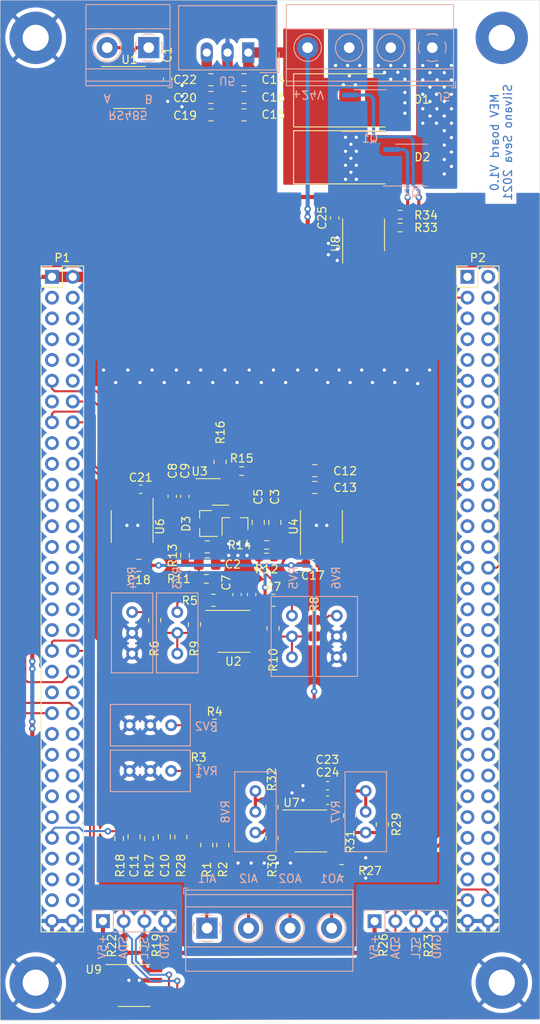
<source format=kicad_pcb>
(kicad_pcb (version 20240108) (generator "pcbnew") (generator_version "8.0")
  (layers (0 "F.Cu" signal) (31 "B.Cu" signal) (34 "B.Paste" user) (35 "F.Paste" user) (36 "B.SilkS" user "B.Silkscreen") (37 "F.SilkS" user "F.Silkscreen") (38 "B.Mask" user) (39 "F.Mask" user) (44 "Edge.Cuts" user))
  (net 0 "")
  (net 1 "+5V")
  (net 2 "GND")
  (net 3 "Net-(C2-Pad1)")
  (net 4 "Net-(C3-Pad1)")
  (net 5 "Net-(C4-Pad1)")
  (net 6 "Net-(C5-Pad1)")
  (net 7 "+12V")
  (net 8 "+5VA")
  (net 9 "/MCU/DAC_OUT2")
  (net 10 "Net-(C11-Pad1)")
  (net 11 "+24V")
  (net 12 "/High power outputs/HPO1")
  (net 13 "/High power outputs/HPO2")
  (net 14 "/Analog output stage/HI_OUT")
  (net 15 "/Analog output stage/LO_OUT")
  (net 16 "/Analog input stage/AIN_2")
  (net 17 "/Analog input stage/AIN_1")
  (net 18 "Net-(J2-Pad1)")
  (net 19 "Net-(J2-Pad2)")
  (net 20 "Net-(Q1-Pad4)")
  (net 21 "Net-(Q2-Pad4)")
  (net 22 "Net-(R1-Pad2)")
  (net 23 "Net-(R2-Pad2)")
  (net 24 "Net-(R3-Pad1)")
  (net 25 "Net-(R4-Pad1)")
  (net 26 "Net-(R5-Pad2)")
  (net 27 "Net-(R6-Pad2)")
  (net 28 "Net-(R6-Pad1)")
  (net 29 "Net-(R7-Pad2)")
  (net 30 "Net-(R8-Pad2)")
  (net 31 "Net-(R10-Pad2)")
  (net 32 "Net-(R11-Pad2)")
  (net 33 "Net-(R10-Pad1)")
  (net 34 "/Analog input stage/DOUT")
  (net 35 "Net-(R15-Pad1)")
  (net 36 "Net-(P1-Pad55)")
  (net 37 "/MCU/SCL_1")
  (net 38 "/MCU/SDA_1")
  (net 39 "/MCU/SCL_2")
  (net 40 "/MCU/SDA_2")
  (net 41 "/MCU/DAC_OUT1")
  (net 42 "Net-(R29-Pad1)")
  (net 43 "Net-(R30-Pad1)")
  (net 44 "Net-(R31-Pad2)")
  (net 45 "Net-(R32-Pad2)")
  (net 46 "Net-(R33-Pad2)")
  (net 47 "Net-(R34-Pad2)")
  (net 48 "/MCU/RS485_RXD")
  (net 49 "/MCU/RS485_TE\\~{RE}")
  (net 50 "/MCU/RS485_TXD")
  (net 51 "/MCU/ADC_~{CS}")
  (net 52 "/Analog input stage/DIN")
  (net 53 "/MCU/SCK")
  (net 54 "Net-(U4-Pad4)")
  (net 55 "Net-(U4-Pad5)")
  (net 56 "Net-(U6-Pad5)")
  (net 57 "Net-(U6-Pad4)")
  (net 58 "/High power outputs/CMD1")
  (net 59 "/High power outputs/CMD2")
  (net 60 "Net-(P1-Pad62)")
  (net 61 "Net-(P1-Pad61)")
  (net 62 "Net-(P1-Pad60)")
  (net 63 "Net-(P1-Pad59)")
  (net 64 "Net-(P1-Pad58)")
  (net 65 "Net-(P1-Pad57)")
  (net 66 "Net-(P1-Pad56)")
  (net 67 "Net-(P1-Pad54)")
  (net 68 "Net-(P1-Pad53)")
  (net 69 "Net-(P1-Pad52)")
  (net 70 "Net-(P1-Pad51)")
  (net 71 "Net-(P1-Pad50)")
  (net 72 "Net-(P1-Pad49)")
  (net 73 "Net-(P1-Pad48)")
  (net 74 "Net-(P1-Pad47)")
  (net 75 "Net-(P1-Pad46)")
  (net 76 "Net-(P1-Pad45)")
  (net 77 "Net-(P1-Pad42)")
  (net 78 "Net-(P1-Pad41)")
  (net 79 "Net-(P1-Pad39)")
  (net 80 "Net-(P1-Pad36)")
  (net 81 "Net-(P1-Pad35)")
  (net 82 "Net-(P1-Pad34)")
  (net 83 "Net-(P1-Pad33)")
  (net 84 "Net-(P1-Pad32)")
  (net 85 "Net-(P1-Pad31)")
  (net 86 "Net-(P1-Pad30)")
  (net 87 "Net-(P1-Pad29)")
  (net 88 "Net-(P1-Pad28)")
  (net 89 "Net-(P1-Pad27)")
  (net 90 "Net-(P1-Pad26)")
  (net 91 "Net-(P1-Pad25)")
  (net 92 "Net-(P1-Pad24)")
  (net 93 "Net-(P1-Pad23)")
  (net 94 "Net-(P1-Pad22)")
  (net 95 "Net-(P1-Pad21)")
  (net 96 "Net-(P1-Pad20)")
  (net 97 "Net-(P1-Pad19)")
  (net 98 "Net-(P1-Pad18)")
  (net 99 "Net-(P1-Pad17)")
  (net 100 "Net-(P1-Pad13)")
  (net 101 "Net-(P1-Pad12)")
  (net 102 "Net-(P1-Pad10)")
  (net 103 "Net-(P1-Pad9)")
  (net 104 "Net-(P1-Pad8)")
  (net 105 "Net-(P1-Pad7)")
  (net 106 "Net-(P1-Pad6)")
  (net 107 "Net-(P1-Pad5)")
  (net 108 "Net-(P1-Pad4)")
  (net 109 "Net-(P1-Pad3)")
  (net 110 "Net-(P2-Pad60)")
  (net 111 "Net-(P2-Pad59)")
  (net 112 "Net-(P2-Pad58)")
  (net 113 "Net-(P2-Pad57)")
  (net 114 "Net-(P2-Pad56)")
  (net 115 "Net-(P2-Pad55)")
  (net 116 "Net-(P2-Pad54)")
  (net 117 "Net-(P2-Pad53)")
  (net 118 "Net-(P2-Pad52)")
  (net 119 "Net-(P2-Pad51)")
  (net 120 "Net-(P2-Pad50)")
  (net 121 "Net-(P2-Pad49)")
  (net 122 "Net-(P2-Pad48)")
  (net 123 "Net-(P2-Pad47)")
  (net 124 "Net-(P2-Pad46)")
  (net 125 "Net-(P2-Pad45)")
  (net 126 "Net-(P2-Pad44)")
  (net 127 "Net-(P2-Pad43)")
  (net 128 "Net-(P2-Pad42)")
  (net 129 "Net-(P2-Pad41)")
  (net 130 "Net-(P2-Pad40)")
  (net 131 "Net-(P2-Pad39)")
  (net 132 "Net-(P2-Pad38)")
  (net 133 "Net-(P2-Pad37)")
  (net 134 "Net-(P2-Pad36)")
  (net 135 "Net-(P2-Pad35)")
  (net 136 "Net-(P2-Pad34)")
  (net 137 "Net-(P2-Pad33)")
  (net 138 "Net-(P2-Pad32)")
  (net 139 "Net-(P2-Pad31)")
  (net 140 "Net-(P2-Pad28)")
  (net 141 "Net-(P2-Pad27)")
  (net 142 "Net-(P2-Pad26)")
  (net 143 "Net-(P2-Pad25)")
  (net 144 "Net-(P2-Pad24)")
  (net 145 "Net-(P2-Pad23)")
  (net 146 "Net-(P2-Pad22)")
  (net 147 "Net-(P2-Pad20)")
  (net 148 "Net-(P2-Pad19)")
  (net 149 "Net-(P2-Pad18)")
  (net 150 "Net-(P2-Pad17)")
  (net 151 "Net-(P2-Pad16)")
  (net 152 "Net-(P2-Pad15)")
  (net 153 "Net-(P2-Pad14)")
  (net 154 "Net-(P2-Pad13)")
  (net 155 "Net-(P2-Pad12)")
  (net 156 "Net-(P2-Pad10)")
  (net 157 "Net-(P2-Pad9)")
  (net 158 "Net-(P2-Pad8)")
  (net 159 "Net-(P2-Pad7)")
  (net 160 "Net-(P2-Pad6)")
  (net 161 "Net-(P2-Pad5)")
  (net 162 "Net-(P2-Pad4)")
  (net 163 "Net-(P2-Pad2)")
  (net 164 "Net-(P2-Pad1)")
  (footprint "Capacitor_SMD:C_0603_1608Metric_Pad1.08x0.95mm_HandSolder" (layer "F.Cu") (at 114.1476 51.0275 -90)
    (property "Reference" "C1")
    (property "Value" "100nF")
  )
  (footprint "Capacitor_SMD:C_0805_2012Metric_Pad1.18x1.45mm_HandSolder" (layer "F.Cu") (at 127.2544 105.238 90)
    (property "Reference" "C3")
    (property "Value" "330nF")
  )
  (footprint "Capacitor_SMD:C_0603_1608Metric_Pad1.08x0.95mm_HandSolder" (layer "F.Cu") (at 124.4092 114.0572 -90)
    (property "Reference" "C6" (hide yes))
    (property "Value" "100nF")
  )
  (footprint "Capacitor_SMD:C_0603_1608Metric_Pad1.08x0.95mm_HandSolder" (layer "F.Cu") (at 122.6312 114.0572 90)
    (property "Reference" "C7")
    (property "Value" "1μF")
  )
  (footprint "Capacitor_SMD:C_0805_2012Metric_Pad1.18x1.45mm_HandSolder" (layer "F.Cu") (at 113.72 143.6625 90)
    (property "Reference" "C10")
    (property "Value" "10pF")
  )
  (footprint "Capacitor_SMD:C_0805_2012Metric_Pad1.18x1.45mm_HandSolder" (layer "F.Cu") (at 110.03 143.6625 90)
    (property "Reference" "C11")
    (property "Value" "10pF")
  )
  (footprint "Capacitor_SMD:C_0805_2012Metric_Pad1.18x1.45mm_HandSolder" (layer "F.Cu") (at 132.1236 98.9076 180)
    (property "Reference" "C12")
    (property "Value" "4.7μF")
  )
  (footprint "Capacitor_SMD:C_0805_2012Metric_Pad1.18x1.45mm_HandSolder" (layer "F.Cu") (at 132.1236 100.965 180)
    (property "Reference" "C13")
    (property "Value" "330nF")
  )
  (footprint "Capacitor_SMD:C_0805_2012Metric_Pad1.18x1.45mm_HandSolder" (layer "F.Cu") (at 123.4705 51.127601)
    (property "Reference" "C14")
    (property "Value" "4.7μF")
  )
  (footprint "Capacitor_SMD:C_0805_2012Metric_Pad1.18x1.45mm_HandSolder" (layer "F.Cu") (at 123.4705 53.2892)
    (property "Reference" "C16")
    (property "Value" "4.7μF")
  )
  (footprint "Capacitor_SMD:C_0603_1608Metric_Pad1.08x0.95mm_HandSolder" (layer "F.Cu") (at 131.8936 110.2868 180)
    (property "Reference" "C17")
    (property "Value" "100nF")
  )
  (footprint "Capacitor_SMD:C_0805_2012Metric_Pad1.18x1.45mm_HandSolder" (layer "F.Cu") (at 110.6209 110.49)
    (property "Reference" "C18")
    (property "Value" "330nF")
  )
  (footprint "Capacitor_SMD:C_0805_2012Metric_Pad1.18x1.45mm_HandSolder" (layer "F.Cu") (at 119.428 55.4228 180)
    (property "Reference" "C19")
    (property "Value" "10μF")
  )
  (footprint "Capacitor_SMD:C_0805_2012Metric_Pad1.18x1.45mm_HandSolder" (layer "F.Cu") (at 119.428 53.2892 180)
    (property "Reference" "C20")
    (property "Value" "10μF")
  )
  (footprint "Capacitor_SMD:C_0603_1608Metric_Pad1.08x0.95mm_HandSolder" (layer "F.Cu") (at 110.8456 101.183)
    (property "Reference" "C21")
    (property "Value" "100nF")
  )
  (footprint "Capacitor_SMD:C_0805_2012Metric_Pad1.18x1.45mm_HandSolder" (layer "F.Cu") (at 119.428 51.127601 180)
    (property "Reference" "C22")
    (property "Value" "10μF")
  )
  (footprint "Capacitor_SMD:C_0603_1608Metric_Pad1.08x0.95mm_HandSolder" (layer "F.Cu") (at 133.6982 137.42)
    (property "Reference" "C23")
    (property "Value" "100nF")
  )
  (footprint "Capacitor_SMD:C_0603_1608Metric_Pad1.08x0.95mm_HandSolder" (layer "F.Cu") (at 133.6982 139.21 180)
    (property "Reference" "C24")
    (property "Value" "1μF")
  )
  (footprint "Capacitor_SMD:C_0603_1608Metric_Pad1.08x0.95mm_HandSolder" (layer "F.Cu") (at 134.5692 68.0268 -90)
    (property "Reference" "C25")
    (property "Value" "100nF")
  )
  (footprint "Resistor_SMD:R_0805_2012Metric_Pad1.20x1.40mm_HandSolder" (layer "F.Cu") (at 118.9182 144.68 90)
    (property "Reference" "R1")
    (property "Value" "10kΩ")
  )
  (footprint "Resistor_SMD:R_0805_2012Metric_Pad1.20x1.40mm_HandSolder" (layer "F.Cu") (at 120.88 144.68 90)
    (property "Reference" "R2")
    (property "Value" "0Ω")
  )
  (footprint "Resistor_SMD:R_0805_2012Metric_Pad1.20x1.40mm_HandSolder" (layer "F.Cu") (at 117.92 135.62)
    (property "Reference" "R3")
    (property "Value" "6.8kΩ")
  )
  (footprint "Resistor_SMD:R_0805_2012Metric_Pad1.20x1.40mm_HandSolder" (layer "F.Cu") (at 119.88 130.02)
    (property "Reference" "R4")
    (property "Value" "100Ω")
  )
  (footprint "Resistor_SMD:R_0805_2012Metric_Pad1.20x1.40mm_HandSolder" (layer "F.Cu") (at 119.7356 114.7572 180)
    (property "Reference" "R5")
    (property "Value" "dnm")
  )
  (footprint "Resistor_SMD:R_0805_2012Metric_Pad1.20x1.40mm_HandSolder" (layer "F.Cu") (at 112.55375 117.205 90)
    (property "Reference" "R6")
    (property "Value" "dnm")
  )
  (footprint "Resistor_SMD:R_0805_2012Metric_Pad1.20x1.40mm_HandSolder" (layer "F.Cu") (at 127.0508 114.7572)
    (property "Reference" "R7")
    (property "Value" "33kΩ")
  )
  (footprint "Resistor_SMD:R_0805_2012Metric_Pad1.20x1.40mm_HandSolder" (layer "F.Cu") (at 132.08 118.1608 90)
    (property "Reference" "R8")
    (property "Value" "3.3kΩ")
  )
  (footprint "Resistor_SMD:R_0805_2012Metric_Pad1.20x1.40mm_HandSolder" (layer "F.Cu") (at 127.02515 118.1895 -90)
    (property "Reference" "R10")
    (property "Value" "10kΩ")
  )
  (footprint "Resistor_SMD:R_0603_1608Metric_Pad0.98x0.95mm_HandSolder" (layer "F.Cu") (at 111.86 143.8925 90)
    (property "Reference" "R17")
    (property "Value" "4.7kΩ")
  )
  (footprint "Resistor_SMD:R_0603_1608Metric_Pad0.98x0.95mm_HandSolder" (layer "F.Cu") (at 108.2 143.8925 -90)
    (property "Reference" "R18")
    (property "Value" "4.7kΩ")
  )
  (footprint "Resistor_SMD:R_0603_1608Metric_Pad0.98x0.95mm_HandSolder" (layer "F.Cu") (at 111.3028 156.9466 -90)
    (property "Reference" "R19")
    (property "Value" "4.7kΩ")
  )
  (footprint "Resistor_SMD:R_0603_1608Metric_Pad0.98x0.95mm_HandSolder" (layer "F.Cu") (at 108.7628 156.9466 -90)
    (property "Reference" "R22")
    (property "Value" "4.7kΩ")
  )
  (footprint "Resistor_SMD:R_0603_1608Metric_Pad0.98x0.95mm_HandSolder" (layer "F.Cu") (at 144.526 156.9466 -90)
    (property "Reference" "R23")
    (property "Value" "4.7kΩ")
  )
  (footprint "Resistor_SMD:R_0603_1608Metric_Pad0.98x0.95mm_HandSolder" (layer "F.Cu") (at 141.986 156.9466 -90)
    (property "Reference" "R26")
    (property "Value" "4.7kΩ")
  )
  (footprint "Resistor_SMD:R_0805_2012Metric_Pad1.20x1.40mm_HandSolder" (layer "F.Cu") (at 135.41 147.8)
    (property "Reference" "R27")
    (property "Value" "dnm")
  )
  (footprint "Resistor_SMD:R_0805_2012Metric_Pad1.20x1.40mm_HandSolder" (layer "F.Cu") (at 115.75 143.7 90)
    (property "Reference" "R28")
    (property "Value" "dnm")
  )
  (footprint "Resistor_SMD:R_0805_2012Metric_Pad1.20x1.40mm_HandSolder" (layer "F.Cu") (at 140.39 142.15 90)
    (property "Reference" "R29")
    (property "Value" "10kΩ")
  )
  (footprint "Resistor_SMD:R_0805_2012Metric_Pad1.20x1.40mm_HandSolder" (layer "F.Cu") (at 136.4 141.08 90)
    (property "Reference" "R31")
    (property "Value" "18kΩ")
  )
  (footprint "Resistor_SMD:R_0805_2012Metric_Pad1.20x1.40mm_HandSolder" (layer "F.Cu") (at 126.9 140.045 90)
    (property "Reference" "R32")
    (property "Value" "18kΩ")
  )
  (footprint "Resistor_SMD:R_0603_1608Metric_Pad0.98x0.95mm_HandSolder" (layer "F.Cu") (at 142.5721 69.1896 180)
    (property "Reference" "R33")
    (property "Value" "100Ω")
  )
  (footprint "Resistor_SMD:R_0603_1608Metric_Pad0.98x0.95mm_HandSolder" (layer "F.Cu") (at 142.5721 67.6148 180)
    (property "Reference" "R34")
    (property "Value" "100Ω")
  )
  (footprint "Package_SO:SOIC-8_3.9x4.9mm_P1.27mm" (layer "F.Cu") (at 109.474 52.07)
    (property "Reference" "U1")
    (property "Value" "ST485EBDR")
  )
  (footprint "Package_SO:SOIC-8_3.9x4.9mm_P1.27mm" (layer "F.Cu") (at 122.2375 118.5545)
    (property "Reference" "U2")
    (property "Value" "LM358")
  )
  (footprint "Package_SO:SOIC-8_3.9x4.9mm_P1.27mm" (layer "F.Cu") (at 132.9436 105.741401 90)
    (property "Reference" "U4")
    (property "Value" "L78L12_SO8")
  )
  (footprint "Package_SO:SOIC-8_3.9x4.9mm_P1.27mm" (layer "F.Cu") (at 109.7956 105.741401 -90)
    (property "Reference" "U6")
    (property "Value" "L78L05_SO8")
  )
  (footprint "Package_SO:SOIC-8_3.9x4.9mm_P1.27mm" (layer "F.Cu") (at 138.0998 70.0768 90)
    (property "Reference" "U8")
    (property "Value" "FAN3217")
  )
  (footprint "Connector_PinHeader_2.54mm:PinHeader_2x32_P2.54mm_Vertical" (layer "F.Cu") (at 99.99 75.22)
    (property "Reference" "P1")
    (property "Value" " ")
  )
  (footprint "Connector_PinHeader_2.54mm:PinHeader_2x32_P2.54mm_Vertical" (layer "F.Cu") (at 150.8 75.22)
    (property "Reference" "P2")
    (property "Value" " ")
  )
  (footprint "Diode_SMD:D_SMC_Handsoldering" (layer "F.Cu") (at 136.34 60.6044)
    (property "Reference" "D2")
    (property "Value" "RS3J R7")
  )
  (footprint "Diode_SMD:D_SMC_Handsoldering" (layer "F.Cu") (at 136.34 53.6448)
    (property "Reference" "D1")
    (property "Value" "RS3J R7")
  )
  (footprint "Capacitor_SMD:C_0603_1608Metric_Pad1.08x0.95mm_HandSolder" (layer "F.Cu") (at 116.2389 102.0455 -90)
    (property "Reference" "C9")
    (property "Value" "1μF")
  )
  (footprint "Package_TO_SOT_SMD:SOT-23" (layer "F.Cu") (at 122.3744 105.418 90)
    (property "Reference" "D4" (hide yes))
    (property "Value" "BAT54S")
  )
  (footprint "Capacitor_SMD:C_0603_1608Metric_Pad1.08x0.95mm_HandSolder" (layer "F.Cu") (at 114.6989 102.0455 -90)
    (property "Reference" "C8")
    (property "Value" "100nF")
  )
  (footprint "Capacitor_SMD:C_0805_2012Metric_Pad1.18x1.45mm_HandSolder" (layer "F.Cu") (at 118.9844 108.228)
    (property "Reference" "C4" (hide yes))
    (property "Value" "100nF")
  )
  (footprint "Capacitor_SMD:C_0805_2012Metric_Pad1.18x1.45mm_HandSolder" (layer "F.Cu") (at 125.2144 105.238 90)
    (property "Reference" "C5")
    (property "Value" "100nF")
  )
  (footprint "Package_SO:VSSOP-8_3.0x3.0mm_P0.65mm" (layer "F.Cu") (at 120.5944 101.508)
    (property "Reference" "U3")
    (property "Value" "ADC122S021")
  )
  (footprint "Resistor_SMD:R_0805_2012Metric_Pad1.20x1.40mm_HandSolder" (layer "F.Cu") (at 120.5484 97.8408 90)
    (property "Reference" "R16")
    (property "Value" "dnm")
  )
  (footprint "Resistor_SMD:R_0603_1608Metric_Pad0.98x0.95mm_HandSolder" (layer "F.Cu") (at 123.19 98.9584 180)
    (property "Reference" "R15")
    (property "Value" "100Ω")
  )
  (footprint "Resistor_SMD:R_0603_1608Metric_Pad0.98x0.95mm_HandSolder" (layer "F.Cu") (at 126.2344 107.988)
    (property "Reference" "R14")
    (property "Value" "39kΩ")
  )
  (footprint "Resistor_SMD:R_0603_1608Metric_Pad0.98x0.95mm_HandSolder" (layer "F.Cu") (at 116.2644 109.268 -90)
    (property "Reference" "R13")
    (property "Value" "39kΩ")
  )
  (footprint "Resistor_SMD:R_0603_1608Metric_Pad0.98x0.95mm_HandSolder" (layer "F.Cu") (at 126.2344 109.528 180)
    (property "Reference" "R12")
    (property "Value" "15kΩ")
  )
  (footprint "Resistor_SMD:R_0603_1608Metric_Pad0.98x0.95mm_HandSolder" (layer "F.Cu") (at 118.8644 112.138)
    (property "Reference" "R11")
    (property "Value" "15kΩ")
  )
  (footprint "Resistor_SMD:R_0805_2012Metric_Pad1.20x1.40mm_HandSolder" (layer "F.Cu") (at 117.41175 117.7045 -90)
    (property "Reference" "R9")
    (property "Value" "0Ω")
  )
  (footprint "Package_TO_SOT_SMD:SOT-23" (layer "F.Cu") (at 118.8144 105.368 180)
    (property "Reference" "D3")
    (property "Value" "BAT54S")
  )
  (footprint "Capacitor_SMD:C_0805_2012Metric_Pad1.18x1.45mm_HandSolder" (layer "F.Cu") (at 118.9844 110.308)
    (property "Reference" "C2")
    (property "Value" "330nF")
  )
  (footprint "Capacitor_SMD:C_0805_2012Metric_Pad1.18x1.45mm_HandSolder" (layer "F.Cu") (at 123.4705 55.4228)
    (property "Reference" "C15")
    (property "Value" "4.7μF")
  )
  (footprint "Package_SO:SOIC-8_3.9x4.9mm_P1.27mm" (layer "F.Cu") (at 131.6482 142.95)
    (property "Reference" "U7")
    (property "Value" "LM358")
  )
  (footprint "Resistor_SMD:R_0805_2012Metric_Pad1.20x1.40mm_HandSolder" (layer "F.Cu") (at 126.9 143.84 -90)
    (property "Reference" "R30")
    (property "Value" "10kΩ")
  )
  (footprint "MountingHole:MountingHole_3.2mm_M3_Pad_TopBottom" (layer "F.Cu") (at 155 46)
    (property "Reference" "H1" (hide yes))
    (property "Value" " ")
  )
  (footprint "MountingHole:MountingHole_3.2mm_M3_Pad_TopBottom" (layer "F.Cu") (at 98 46)
    (property "Reference" "H2" (hide yes))
    (property "Value" " ")
  )
  (footprint "MountingHole:MountingHole_3.2mm_M3_Pad_TopBottom" (layer "F.Cu") (at 155 161.5)
    (property "Reference" "H3" (hide yes))
    (property "Value" " ")
  )
  (footprint "MountingHole:MountingHole_3.2mm_M3_Pad_TopBottom" (layer "F.Cu") (at 98 161.5)
    (property "Reference" "H4" (hide yes))
    (property "Value" " ")
  )
  (footprint "Package_SO:SOIC-8_3.9x4.9mm_P1.27mm" (layer "F.Cu") (at 110.0328 161.8488)
    (property "Reference" "U9")
    (property "Value" "M24C01-FMN")
  )
  (footprint "TerminalBlock_Phoenix:TerminalBlock_Phoenix_MKDS-1,5-4-5.08_1x04_P5.08mm_Horizontal" (layer "B.Cu") (at 118.9482 154.8384)
    (property "Reference" "J1" (hide yes))
    (property "Value" " ")
  )
  (footprint "TerminalBlock_Phoenix:TerminalBlock_Phoenix_MKDS-1,5-2-5.08_1x02_P5.08mm_Horizontal" (layer "B.Cu") (at 111.8235 47.2 180)
    (property "Reference" "J2" (hide yes))
    (property "Value" " ")
  )
  (footprint "Package_SO:SOIC-8_3.9x4.9mm_P1.27mm" (layer "B.Cu") (at 138.8815 54.9021)
    (property "Reference" "Q1")
    (property "Value" "DMN4800LSS")
  )
  (footprint "Package_SO:SOIC-8_3.9x4.9mm_P1.27mm" (layer "B.Cu") (at 143.9615 61.5569)
    (property "Reference" "Q2")
    (property "Value" "DMN4800LSS")
  )
  (footprint "Potentiometer_THT:Potentiometer_Bourns_3296W_Vertical" (layer "B.Cu") (at 114.56 135.62)
    (property "Reference" "RV1")
    (property "Value" "5kΩ")
  )
  (footprint "Potentiometer_THT:Potentiometer_Bourns_3296W_Vertical" (layer "B.Cu") (at 114.56 130.03)
    (property "Reference" "RV2")
    (property "Value" "dnm")
  )
  (footprint "Potentiometer_THT:Potentiometer_Bourns_3296W_Vertical" (layer "B.Cu") (at 115.316 116.205 90)
    (property "Reference" "RV3")
    (property "Value" "dnm")
  )
  (footprint "Potentiometer_THT:Potentiometer_Bourns_3296W_Vertical" (layer "B.Cu") (at 109.7915 116.205 90)
    (property "Reference" "RV4")
    (property "Value" "dnm")
  )
  (footprint "Potentiometer_THT:Potentiometer_Bourns_3296W_Vertical" (layer "B.Cu") (at 129.3368 116.6368 90)
    (property "Reference" "RV5")
    (property "Value" "25kΩ")
  )
  (footprint "Potentiometer_THT:Potentiometer_Bourns_3296W_Vertical" (layer "B.Cu") (at 134.8232 116.6368 90)
    (property "Reference" "RV6")
    (property "Value" "5kΩ")
  )
  (footprint "Potentiometer_THT:Potentiometer_Bourns_3296W_Vertical" (layer "B.Cu") (at 138.36 143.15 -90)
    (property "Reference" "RV7")
    (property "Value" "5kΩ")
  )
  (footprint "Converter_DCDC:Converter_DCDC_TRACO_TSR-1_THT" (layer "B.Cu") (at 124 47.8 180)
    (property "Reference" "U5")
    (property "Value" "TSR_1-2450")
  )
  (footprint "Connector_PinHeader_2.54mm:PinHeader_1x04_P2.54mm_Vertical" (layer "B.Cu") (at 106.222798 153.9748 -90)
    (property "Reference" "J3" (hide yes))
    (property "Value" " ")
  )
  (footprint "Connector_PinHeader_2.54mm:PinHeader_1x04_P2.54mm_Vertical" (layer "B.Cu") (at 139.446 153.9875 -90)
    (property "Reference" "J4" (hide yes))
    (property "Value" " ")
  )
  (footprint "TerminalBlock_Phoenix:TerminalBlock_Phoenix_MKDS-1,5-4-5.08_1x04_P5.08mm_Horizontal" (layer "B.Cu") (at 146.5 47.2 180)
    (property "Reference" "J5")
    (property "Value" " ")
  )
  (footprint "Potentiometer_THT:Potentiometer_Bourns_3296W_Vertical" (layer "B.Cu") (at 124.87 143.15 -90)
    (property "Reference" "RV8")
    (property "Value" "5kΩ")
  )
  (gr_line (start 93.66 41.4) (end 159.66 41.4) (stroke (width 0.05)) (layer "Edge.Cuts"))
  (gr_line (start 159.66 166) (end 93.66 166.1) (stroke (width 0.05)) (layer "Edge.Cuts"))
  (gr_line (start 93.66 166.1) (end 93.66 41.4) (stroke (width 0.05)) (layer "Edge.Cuts"))
  (gr_line (start 159.66 41.4) (end 159.66 166) (stroke (width 0.05)) (layer "Edge.Cuts"))
  (gr_text "MEV board V1.0\nSilvano Seva 2021\n" (at 154.9325 58.7756 90) (layer "B.Cu") (effects (font (size 1 1)) (justify mirror)))
  (gr_text "+5V" (at 139.4293 157.099 90) (layer "B.SilkS") (effects (font (size 1 1)) (justify mirror)))
  (gr_text "GND" (at 147.0493 157.099 90) (layer "B.SilkS") (effects (font (size 1 1)) (justify mirror)))
  (gr_text "SDA" (at 141.9693 157.218047 90) (layer "B.SilkS") (effects (font (size 1 1)) (justify mirror)))
  (gr_text "SCL" (at 144.5093 157.241857 90) (layer "B.SilkS") (effects (font (size 1 1)) (justify mirror)))
  (gr_text "AI1" (at 118.9482 148.7805 0) (layer "B.SilkS") (effects (font (size 1 1)) (justify mirror)))
  (gr_text "+5V" (at 106.1553 157.099 90) (layer "B.SilkS") (effects (font (size 1 1)) (justify mirror)))
  (gr_text "SDA" (at 108.6953 157.218047 90) (layer "B.SilkS") (effects (font (size 1 1)) (justify mirror)))
  (gr_text "B" (at 111.8235 53.467 180) (layer "B.SilkS") (effects (font (size 1 1)) (justify mirror)))
  (gr_text "AO2" (at 129.1082 148.7805 0) (layer "B.SilkS") (effects (font (size 1 1)) (justify mirror)))
  (gr_text "AO1" (at 134.1882 148.7805 0) (layer "B.SilkS") (effects (font (size 1 1)) (justify mirror)))
  (gr_text "+24V" (at 131.2545 52.959 180) (layer "B.SilkS") (effects (font (size 1 1)) (justify mirror)))
  (gr_text "AI2" (at 124.0282 148.7805 0) (layer "B.SilkS") (effects (font (size 1 1)) (justify mirror)))
  (gr_text "A" (at 106.743501 53.4035 180) (layer "B.SilkS") (effects (font (size 1 1)) (justify mirror)))
  (gr_text "GND" (at 113.7753 157.099 90) (layer "B.SilkS") (effects (font (size 1 1)) (justify mirror)))
  (gr_text "RS485" (at 109.2785 55.4355 180) (layer "B.SilkS") (effects (font (size 1 1)) (justify mirror)))
  (gr_text "SCL" (at 111.2353 157.241857 90) (layer "B.SilkS") (effects (font (size 1 1)) (justify mirror)))
  (segment (start 97.5868 123.1392) (end 97.5868 123.1392) (width 0.508) (layer "F.Cu") (net 1))
  (segment (start 97.5868 122.2248) (end 97.5868 123.1392) (width 0.508) (layer "F.Cu") (net 1))
  (segment (start 139.3209 157.8591) (end 141.8336 157.8591) (width 0.508) (layer "F.Cu") (net 1))
  (segment (start 106.2101 156.337) (end 106.2228 156.3497) (width 0.508) (layer "F.Cu") (net 1))
  (segment (start 138.7348 67.6018) (end 138.7348 66.0654) (width 0.508) (layer "F.Cu") (net 1))
  (segment (start 97.5868 154.6733) (end 97.5868 155.8163) (width 0.508) (layer "F.Cu") (net 1))
  (segment (start 118.3905 50.1639) (end 118.92 49.6344) (width 1.27) (layer "F.Cu") (net 1))
  (segment (start 98.1096 75.22) (end 97.5868 75.7428) (width 0.508) (layer "F.Cu") (net 1))
  (segment (start 97.5868 155.8163) (end 98.1075 156.337) (width 0.508) (layer "F.Cu") (net 1))
  (segment (start 118.3905 55.4228) (end 118.3905 57.0219) (width 1.27) (layer "F.Cu") (net 1))
  (segment (start 118.3905 53.2892) (end 118.3905 51.127601) (width 1.27) (layer "F.Cu") (net 1))
  (segment (start 118.3905 55.4228) (end 118.3905 65.2283) (width 1.27) (layer "F.Cu") (net 1))
  (segment (start 111.3028 157.8591) (end 108.7628 157.8591) (width 0.508) (layer "F.Cu") (net 1))
  (segment (start 112.5078 159.9438) (end 111.5314 159.9438) (width 0.508) (layer "F.Cu") (net 1))
  (segment (start 98.1075 156.337) (end 106.2101 156.337) (width 0.508) (layer "F.Cu") (net 1))
  (segment (start 111.5314 159.9438) (end 111.3028 159.7152) (width 0.508) (layer "F.Cu") (net 1))
  (segment (start 138.1252 65.4558) (end 134.5692 65.4558) (width 0.508) (layer "F.Cu") (net 1))
  (segment (start 106.2228 156.3497) (end 106.2228 157.6324) (width 0.508) (layer "F.Cu") (net 1))
  (segment (start 118.3905 74.5479) (end 117.7184 75.22) (width 1.27) (layer "F.Cu") (net 1))
  (segment (start 97.5868 75.7428) (end 97.5868 122.2248) (width 0.508) (layer "F.Cu") (net 1))
  (segment (start 118.3894 50.165) (end 118.3905 50.1639) (width 0.381) (layer "F.Cu") (net 1))
  (segment (start 99.99 75.22) (end 98.1096 75.22) (width 0.508) (layer "F.Cu") (net 1))
  (segment (start 138.7348 66.0654) (end 138.1252 65.4558) (width 0.508) (layer "F.Cu") (net 1))
  (segment (start 111.949 50.165) (end 114.1476 50.165) (width 0.381) (layer "F.Cu") (net 1))
  (segment (start 118.3905 64.0345) (end 118.3905 57.0219) (width 0.508) (layer "F.Cu") (net 1))
  (segment (start 102.53 75.22) (end 99.99 75.22) (width 1.27) (layer "F.Cu") (net 1))
  (segment (start 114.1476 50.165) (end 118.3894 50.165) (width 0.381) (layer "F.Cu") (net 1))
  (segment (start 97.5868 130.4544) (end 97.5868 154.6733) (width 0.508) (layer "F.Cu") (net 1))
  (segment (start 117.7184 75.22) (end 102.53 75.22) (width 1.27) (layer "F.Cu") (net 1))
  (segment (start 108.7628 157.8591) (end 106.4495 157.8591) (width 0.508) (layer "F.Cu") (net 1))
  (segment (start 118.3905 55.4228) (end 118.3905 53.2892) (width 1.27) (layer "F.Cu") (net 1))
  (segment (start 118.3905 51.127601) (end 118.3905 50.1639) (width 1.27) (layer "F.Cu") (net 1))
  (segment (start 139.446 157.734) (end 139.3209 157.8591) (width 0.508) (layer "F.Cu") (net 1))
  (segment (start 134.5692 65.4558) (end 118.618 65.4558) (width 0.508) (layer "F.Cu") (net 1))
  (segment (start 118.3905 65.2283) (end 118.3905 74.5479) (width 1.27) (layer "F.Cu") (net 1))
  (segment (start 118.92 49.6344) (end 118.92 47.8) (width 1.27) (layer "F.Cu") (net 1))
  (segment (start 97.5868 129.5908) (end 97.5868 130.4544) (width 0.508) (layer "F.Cu") (net 1))
  (segment (start 106.2228 157.6324) (end 106.4495 157.8591) (width 0.508) (layer "F.Cu") (net 1))
  (segment (start 106.2228 153.9748) (end 106.2228 156.3497) (width 0.508) (layer "F.Cu") (net 1))
  (segment (start 111.3028 157.8591) (end 139.3209 157.8591) (width 0.508) (layer "F.Cu") (net 1))
  (segment (start 134.5692 67.1643) (end 134.5692 65.4558) (width 0.508) (layer "F.Cu") (net 1))
  (segment (start 139.446 153.9875) (end 139.446 157.734) (width 0.508) (layer "F.Cu") (net 1))
  (segment (start 141.986 157.8591) (end 144.526 157.8591) (width 0.508) (layer "F.Cu") (net 1))
  (segment (start 111.3028 159.7152) (end 111.3028 157.8591) (width 0.508) (layer "F.Cu") (net 1))
  (segment (start 118.618 65.4558) (end 118.3905 65.2283) (width 0.508) (layer "F.Cu") (net 1))
  (via (at 97.5868 129.5908) (size 0.8) (drill 0.4) (layers "F.Cu" "B.Cu") (net 1))
  (via (at 97.5868 122.2248) (size 0.8) (drill 0.4) (layers "F.Cu" "B.Cu") (net 1))
  (via (at 97.5868 130.4544) (size 0.8) (drill 0.4) (layers "F.Cu" "B.Cu") (net 1))
  (via (at 97.5868 123.1392) (size 0.8) (drill 0.4) (layers "F.Cu" "B.Cu") (net 1))
  (segment (start 97.5868 122.2248) (end 97.5868 129.5908) (width 0.508) (layer "B.Cu") (net 1))
  (segment (start 109.2962 161.2138) (end 107.5578 161.2138) (width 0.508) (layer "F.Cu") (net 2))
  (segment (start 110.4646 161.2138) (end 109.2962 161.2138) (width 0.508) (layer "F.Cu") (net 2))
  (segment (start 121.46 47.8) (end 121.46 55.1716) (width 1.27) (layer "F.Cu") (net 2))
  (segment (start 120.4655 51.127601) (end 122.433 51.127601) (width 1.27) (layer "F.Cu") (net 2))
  (segment (start 120.4655 55.4228) (end 121.2088 55.4228) (width 1.27) (layer "F.Cu") (net 2))
  (segment (start 117.3139 101.833) (end 116.2389 102.908) (width 0.381) (layer "F.Cu") (net 2))
  (segment (start 122.433 53.2892) (end 121.666 53.2892) (width 1.27) (layer "F.Cu") (net 2))
  (segment (start 107.5578 162.4838) (end 107.5578 161.2138) (width 0.508) (layer "F.Cu") (net 2))
  (segment (start 107.5578 159.9438) (end 107.5578 161.2138) (width 0.508) (layer "F.Cu") (net 2))
  (segment (start 118.3944 101.833) (end 117.3139 101.833) (width 0.381) (layer "F.Cu") (net 2))
  (segment (start 121.666 53.2892) (end 120.4655 53.2892) (width 1.27) (layer "F.Cu") (net 2))
  (segment (start 121.2088 55.4228) (end 122.433 55.4228) (width 1.27) (layer "F.Cu") (net 2))
  (segment (start 120.4655 53.2892) (end 120.4655 55.4228) (width 1.27) (layer "F.Cu") (net 2))
  (segment (start 120.4655 51.127601) (end 120.4655 53.2892) (width 1.27) (layer "F.Cu") (net 2))
  (segment (start 112.5078 161.2138) (end 110.4646 161.2138) (width 0.508) (layer "F.Cu") (net 2))
  (segment (start 122.433 55.4228) (end 122.433 53.2892) (width 1.27) (layer "F.Cu") (net 2))
  (segment (start 121.46 55.1716) (end 121.2088 55.4228) (width 1.27) (layer "F.Cu") (net 2))
  (segment (start 107.5578 163.7538) (end 107.5578 162.4838) (width 0.508) (layer "F.Cu") (net 2))
  (segment (start 122.433 53.2892) (end 122.433 51.127601) (width 1.27) (layer "F.Cu") (net 2))
  (via (at 125.595062 88.138) (size 0.8) (drill 0.4) (layers "F.Cu" "B.Cu") (net 2))
  (via (at 137.6172 49.3776) (size 0.8) (drill 0.4) (layers "F.Cu" "B.Cu") (net 2))
  (via (at 135.89 58.1533) (size 0.8) (drill 0.4) (layers "F.Cu" "B.Cu") (net 2))
  (via (at 124.348875 146.8755) (size 0.8) (drill 0.4) (layers "F.Cu" "B.Cu") (net 2))
  (via (at 127.555625 146.8755) (size 0.8) (drill 0.4) (layers "F.Cu" "B.Cu") (net 2))
  (via (at 127.079375 86.614) (size 0.8) (drill 0.4) (layers "F.Cu" "B.Cu") (net 2))
  (via (at 129.159 146.8755) (size 0.8) (drill 0.4) (layers "F.Cu" "B.Cu") (net 2))
  (via (at 121.606899 107.85) (size 0.8) (drill 0.4) (layers "F.Cu" "B.Cu") (net 2))
  (via (at 136.5504 59.01055) (size 0.8) (drill 0.4) (layers "F.Cu" "B.Cu") (net 2))
  (via (at 133.7945 71.12) (size 0.8) (drill 0.4) (layers "F.Cu" "B.Cu") (net 2))
  (via (at 115.8875 54.4195) (size 0.8) (drill 0.4) (layers "F.Cu" "B.Cu") (net 2))
  (via (at 115.8875 51.816) (size 0.8) (drill 0.4) (layers "F.Cu" "B.Cu") (net 2))
  (via (at 110.49 105.6005) (size 0.8) (drill 0.4) (layers "F.Cu" "B.Cu") (net 2))
  (via (at 136.453033 88.138) (size 0.8) (drill 0.4) (layers "F.Cu" "B.Cu") (net 2))
  (via (at 123.841897 109.27475) (size 0.8) (drill 0.4) (layers "F.Cu" "B.Cu") (net 2))
  (via (at 109.399466 161.2138) (size 0.8) (drill 0.4) (layers "F.Cu" "B.Cu") (net 2))
  (via (at 112.23625 86.614) (size 0.8) (drill 0.4) (layers "F.Cu" "B.Cu") (net 2))
  (via (at 138.36 146.2405) (size 0.8) (drill 0.4) (layers "F.Cu" "B.Cu") (net 2))
  (via (at 109.1565 105.6005) (size 0.8) (drill 0.4) (layers "F.Cu" "B.Cu") (net 2))
  (via (at 137.2108 61.5823) (size 0.8) (drill 0.4) (layers "F.Cu" "B.Cu") (net 2))
  (via (at 130.683 139.192) (size 0.8) (drill 0.4) (layers "F.Cu" "B.Cu") (net 2))
  (via (at 135.89 61.5823) (size 0.8) (drill 0.4) (layers "F.Cu" "B.Cu") (net 2))
  (via (at 137.2108 58.1533) (size 0.8) (drill 0.4) (layers "F.Cu" "B.Cu") (net 2))
  (via (at 110.666133 161.2138) (size 0.8) (drill 0.4) (layers "F.Cu" "B.Cu") (net 2))
  (via (at 138.36 148.717) (size 0.8) (drill 0.4) (layers "F.Cu" "B.Cu") (net 2))
  (via (at 123.841897 107.85) (size 0.8) (drill 0.4) (layers "F.Cu" "B.Cu") (net 2))
  (via (at 137.8712 86.614) (size 0.8) (drill 0.4) (layers "F.Cu" "B.Cu") (net 2))
  (via (at 144.7165 88.265) (size 0.8) (drill 0.4) (layers "F.Cu" "B.Cu") (net 2))
  (via (at 136.5504 62.43955) (size 0.8) (drill 0.4) (layers "F.Cu" "B.Cu") (net 2))
  (via (at 135.636 51.7398) (size 0.8) (drill 0.4) (layers "F.Cu" "B.Cu") (net 2))
  (via (at 136.144 49.3776) (size 0.8) (drill 0.4) (layers "F.Cu" "B.Cu") (net 2))
  (via (at 122.724397 107.85) (size 0.8) (drill 0.4) (layers "F.Cu" "B.Cu") (net 2))
  (via (at 138.36 147.47875) (size 0.8) (drill 0.4) (layers "F.Cu" "B.Cu") (net 2))
  (via (at 124.11075 86.614) (size 0.8) (drill 0.4) (layers "F.Cu" "B.Cu") (net 2))
  (via (at 135.89 63.2968) (size 0.8) (drill 0.4) (layers "F.Cu" "B.Cu") (net 2))
  (via (at 133.7945 72.517) (size 0.8) (drill 0.4) (layers "F.Cu" "B.Cu") (net 2))
  (via (at 107.783312 88.138) (size 0.8) (drill 0.4) (layers "F.Cu" "B.Cu") (net 2))
  (via (at 122.626437 88.138) (size 0.8) (drill 0.4) (layers "F.Cu" "B.Cu") (net 2))
  (via (at 137.2108 63.2968) (size 0.8) (drill 0.4) (layers "F.Cu" "B.Cu") (net 2))
  (via (at 140.6398 86.614) (size 0.8) (drill 0.4) (layers "F.Cu" "B.Cu") (net 2))
  (via (at 110.751937 88.138) (size 0.8) (drill 0.4) (layers "F.Cu" "B.Cu") (net 2))
  (via (at 137.0965 51.7525) (size 0.8) (drill 0.4) (layers "F.Cu" "B.Cu") (net 2))
  (via (at 121.606899 109.27475) (size 0.8) (drill 0.4) (layers "F.Cu" "B.Cu") (net 2))
  (via (at 116.689187 88.138) (size 0.8) (drill 0.4) (layers "F.Cu" "B.Cu") (net 2))
  (via (at 135.1026 86.614) (size 0.8) (drill 0.4) (layers "F.Cu" "B.Cu") (net 2))
  (via (at 129.3495 138.303) (size 0.8) (drill 0.4) (layers "F.Cu" "B.Cu") (net 2))
  (via (at 133.604 105.6005) (size 0.8) (drill 0.4) (layers "F.Cu" "B.Cu") (net 2))
  (via (at 119.657812 88.138) (size 0.8) (drill 0.4) (layers "F.Cu" "B.Cu") (net 2))
  (via (at 132.334 86.614) (size 0.8) (drill 0.4) (layers "F.Cu" "B.Cu") (net 2))
  (via (at 128.563687 88.138) (size 0.8) (drill 0.4) (layers "F.Cu" "B.Cu") (net 2))
  (via (at 134.874 70.4215) (size 0.8) (drill 0.4) (layers "F.Cu" "B.Cu") (net 2))
  (via (at 135.89 59.8678) (size 0.8) (drill 0.4) (layers "F.Cu" "B.Cu") (net 2))
  (via (at 130.048 86.614) (size 0.8) (drill 0.4) (layers "F.Cu" "B.Cu") (net 2))
  (via (at 130.683 137.414) (size 0.8) (drill 0.4) (layers "F.Cu" "B.Cu") (net 2))
  (via (at 137.2108 59.8678) (size 0.8) (drill 0.4) (layers "F.Cu" "B.Cu") (net 2))
  (via (at 118.1735 86.614) (size 0.8) (drill 0.4) (layers "F.Cu" "B.Cu") (net 2))
  (via (at 113.720562 88.138) (size 0.8) (drill 0.4) (layers "F.Cu" "B.Cu") (net 2))
  (via (at 139.187766 88.138) (size 0.8) (drill 0.4) (layers "F.Cu" "B.Cu") (net 2))
  (via (at 114.1476 53.768625) (size 0.8) (drill 0.4) (layers "F.Cu" "B.Cu") (net 2))
  (via (at 115.204875 86.614) (size 0.8) (drill 0.4) (layers "F.Cu" "B.Cu") (net 2))
  (via (at 133.7183 88.138) (size 0.8) (drill 0.4) (layers "F.Cu" "B.Cu") (net 2))
  (via (at 109.267625 86.614) (size 0.8) (drill 0.4) (layers "F.Cu" "B.Cu") (net 2))
  (via (at 132.334 105.6005) (size 0.8) (drill 0.4) (layers "F.Cu" "B.Cu") (net 2))
  (via (at 121.142125 86.614) (size 0.8) (drill 0.4) (layers "F.Cu" "B.Cu") (net 2))
  (via (at 136.36625 50.6476) (size 0.8) (drill 0.4) (layers "F.Cu" "B.Cu") (net 2))
  (via (at 122.7455 146.8755) (size 0.8) (drill 0.4) (layers "F.Cu" "B.Cu") (net 2))
  (via (at 136.5504 60.72505) (size 0.8) (drill 0.4) (layers "F.Cu" "B.Cu") (net 2))
  (via (at 106.299 86.614) (size 0.8) (drill 0.4) (layers "F.Cu" "B.Cu") (net 2))
  (via (at 143.4084 86.614) (size 0.8) (drill 0.4) (layers "F.Cu" "B.Cu") (net 2))
  (via (at 115.8875 53.11775) (size 0.8) (drill 0.4) (layers "F.Cu" "B.Cu") (net 2))
  (via (at 134.874 73.2155) (size 0.8) (drill 0.4) (layers "F.Cu" "B.Cu") (net 2))
  (via (at 134.874 71.8185) (size 0.8) (drill 0.4) (layers "F.Cu" "B.Cu") (net 2))
  (via (at 125.95225 146.8755) (size 0.8) (drill 0.4) (layers "F.Cu" "B.Cu") (net 2))
  (via (at 134.6708 49.3776) (size 0.8) (drill 0.4) (layers "F.Cu" "B.Cu") (net 2))
  (via (at 141.9225 88.138) (size 0.8) (drill 0.4) (layers "F.Cu" "B.Cu") (net 2))
  (via (at 146.177 86.614) (size 0.8) (drill 0.4) (layers "F.Cu" "B.Cu") (net 2))
  (via (at 122.724397 109.27475) (size 0.8) (drill 0.4) (layers "F.Cu" "B.Cu") (net 2))
  (segment (start 134.874 70.4215) (end 134.874 67.056) (width 0.762) (layer "B.Cu") (net 2))
  (segment (start 135.89 66.04) (end 135.89 63.2968) (width 0.762) (layer "B.Cu") (net 2))
  (segment (start 134.874 67.056) (end 135.89 66.04) (width 0.762) (layer "B.Cu") (net 2))
  (segment (start 116.2644 110.1805) (end 117.8194 110.1805) (width 0.254) (layer "F.Cu") (net 3))
  (segment (start 117.9519 112.138) (end 117.9519 110.313) (width 0.254) (layer "F.Cu") (net 3))
  (segment (start 117.9519 110.313) (end 117.9469 110.308) (width 0.254) (layer "F.Cu") (net 3))
  (segment (start 117.8194 110.1805) (end 117.9469 110.308) (width 0.254) (layer "F.Cu") (net 3))
  (segment (start 127.1469 106.383) (end 127.2544 106.2755) (width 0.254) (layer "F.Cu") (net 4))
  (segment (start 127.1469 107.988) (end 127.1469 106.383) (width 0.254) (layer "F.Cu") (net 4))
  (segment (start 127.1469 109.528) (end 127.1469 107.988) (width 0.254) (layer "F.Cu") (net 4))
  (segment (start 116.2644 108.3555) (end 117.8194 108.3555) (width 0.254) (layer "F.Cu") (net 5))
  (segment (start 117.8144 105.368) (end 117.8144 104.1816) (width 0.254) (layer "F.Cu") (net 5))
  (segment (start 118.3944 103.6016) (end 118.3944 102.483) (width 0.254) (layer "F.Cu") (net 5))
  (segment (start 117.8144 104.1816) (end 118.3944 103.6016) (width 0.254) (layer "F.Cu") (net 5))
  (segment (start 117.8144 105.368) (end 117.8144 108.0955) (width 0.254) (layer "F.Cu") (net 5))
  (segment (start 117.8144 108.0955) (end 117.9469 108.228) (width 0.254) (layer "F.Cu") (net 5))
  (segment (start 117.8194 108.3555) (end 117.9469 108.228) (width 0.254) (layer "F.Cu") (net 5))
  (segment (start 124.968 105.2195) (end 125.2144 105.4659) (width 0.254) (layer "F.Cu") (net 6))
  (segment (start 122.3744 103.6856) (end 122.3744 104.418) (width 0.254) (layer "F.Cu") (net 6))
  (segment (start 122.7944 102.483) (end 122.7944 103.2656) (width 0.254) (layer "F.Cu") (net 6))
  (segment (start 122.7944 103.2656) (end 122.3744 103.6856) (width 0.254) (layer "F.Cu") (net 6))
  (segment (start 125.2144 105.4659) (end 125.2144 106.2755) (width 0.254) (layer "F.Cu") (net 6))
  (segment (start 125.3219 106.383) (end 125.2144 106.2755) (width 0.254) (layer "F.Cu") (net 6))
  (segment (start 123.2775 104.418) (end 124.079 105.2195) (width 0.254) (layer "F.Cu") (net 6))
  (segment (start 122.3744 104.418) (end 123.2775 104.418) (width 0.254) (layer "F.Cu") (net 6))
  (segment (start 124.079 105.2195) (end 124.968 105.2195) (width 0.254) (layer "F.Cu") (net 6))
  (segment (start 125.3219 107.988) (end 125.3219 106.383) (width 0.254) (layer "F.Cu") (net 6))
  (segment (start 113.03 110.49) (end 113.03 110.49) (width 0.381) (layer "F.Cu") (net 7))
  (segment (start 126.0508 113.1824) (end 126.0508 114.7572) (width 0.381) (layer "F.Cu") (net 7))
  (segment (start 124.5717 114.7572) (end 124.4092 114.9197) (width 0.381) (layer "F.Cu") (net 7))
  (segment (start 124.4092 115.7224) (end 124.4092 114.9197) (width 0.381) (layer "F.Cu") (net 7))
  (segment (start 124.3542 114.8647) (end 124.4092 114.9197) (width 0.381) (layer "F.Cu") (net 7))
  (segment (start 129.2352 110.49) (end 129.8956 110.49) (width 0.381) (layer "F.Cu") (net 7))
  (segment (start 132.7404 134.5565) (end 134.1501 134.5565) (width 0.381) (layer "F.Cu") (net 7))
  (segment (start 124.7125 116.0257) (end 124.4092 115.7224) (width 0.381) (layer "F.Cu") (net 7))
  (segment (start 131.0311 110.2868) (end 131.0311 108.223901) (width 0.381) (layer "F.Cu") (net 7))
  (segment (start 129.8956 110.49) (end 130.0988 110.2868) (width 0.381) (layer "F.Cu") (net 7))
  (segment (start 111.7006 110.4478) (end 111.6584 110.49) (width 0.381) (layer "F.Cu") (net 7))
  (segment (start 122.6312 114.8647) (end 124.3542 114.8647) (width 0.381) (layer "F.Cu") (net 7))
  (segment (start 132.0546 125.8951) (end 132.0546 133.8707) (width 0.381) (layer "F.Cu") (net 7))
  (segment (start 131.0311 108.223901) (end 131.0386 108.216401) (width 0.381) (layer "F.Cu") (net 7))
  (segment (start 134.5607 134.9671) (end 134.5607 137.42) (width 0.381) (layer "F.Cu") (net 7))
  (segment (start 111.6584 110.49) (end 113.03 110.49) (width 0.381) (layer "F.Cu") (net 7))
  (segment (start 124.7125 116.6495) (end 124.7125 116.0257) (width 0.381) (layer "F.Cu") (net 7))
  (segment (start 121.5644 114.7572) (end 121.6719 114.8647) (width 0.381) (layer "F.Cu") (net 7))
  (segment (start 130.0988 110.2868) (end 131.0311 110.2868) (width 0.381) (layer "F.Cu") (net 7))
  (segment (start 134.1232 141.045) (end 134.1232 140.4254) (width 0.381) (layer "F.Cu") (net 7))
  (segment (start 134.5057 140.0429) (end 134.5057 139.21) (width 0.381) (layer "F.Cu") (net 7))
  (segment (start 126.0508 114.7572) (end 124.5717 114.7572) (width 0.381) (layer "F.Cu") (net 7))
  (segment (start 121.6719 114.8647) (end 122.6312 114.8647) (width 0.381) (layer "F.Cu") (net 7))
  (segment (start 120.7356 114.7572) (end 121.5644 114.7572) (width 0.381) (layer "F.Cu") (net 7))
  (segment (start 134.5057 139.21) (end 134.5057 137.475) (width 0.381) (layer "F.Cu") (net 7))
  (segment (start 111.7006 108.216401) (end 111.7006 110.4478) (width 0.381) (layer "F.Cu") (net 7))
  (segment (start 134.5057 137.475) (end 134.5607 137.42) (width 0.381) (layer "F.Cu") (net 7))
  (segment (start 132.0546 133.8707) (end 132.7404 134.5565) (width 0.381) (layer "F.Cu") (net 7))
  (segment (start 134.1232 140.4254) (end 134.5057 140.0429) (width 0.381) (layer "F.Cu") (net 7))
  (segment (start 134.1501 134.5565) (end 134.5607 134.9671) (width 0.381) (layer "F.Cu") (net 7))
  (via (at 132.0546 125.8951) (size 0.8) (drill 0.4) (layers "F.Cu" "B.Cu") (net 7))
  (via (at 129.2352 110.49) (size 0.8) (drill 0.4) (layers "F.Cu" "B.Cu") (net 7))
  (via (at 113.03 110.49) (size 0.8) (drill 0.4) (layers "F.Cu" "B.Cu") (net 7))
  (via (at 126.0508 113.1824) (size 0.8) (drill 0.4) (layers "F.Cu" "B.Cu") (net 7))
  (segment (start 129.2352 110.49) (end 129.2352 110.49) (width 0.381) (layer "B.Cu") (net 7))
  (segment (start 132.0546 125.8951) (end 132.0546 125.8951) (width 0.381) (layer "B.Cu") (net 7))
  (segment (start 129.2352 110.49) (end 131.4323 110.49) (width 0.381) (layer "B.Cu") (net 7))
  (segment (start 132.0546 111.1123) (end 132.0546 125.8951) (width 0.381) (layer "B.Cu") (net 7))
  (segment (start 125.9332 110.49) (end 129.2352 110.49) (width 0.381) (layer "B.Cu") (net 7))
  (segment (start 131.4323 110.49) (end 132.0546 111.1123) (width 0.381) (layer "B.Cu") (net 7))
  (segment (start 126.0508 113.1824) (end 126.0508 110.6076) (width 0.381) (layer "B.Cu") (net 7))
  (segment (start 126.0508 110.6076) (end 125.9332 110.49) (width 0.381) (layer "B.Cu") (net 7))
  (segment (start 113.03 110.49) (end 125.9332 110.49) (width 0.381) (layer "B.Cu") (net 7))
  (segment (start 119.8144 104.418) (end 119.8144 101.5264) (width 0.254) (layer "F.Cu") (net 8))
  (segment (start 116.2389 101.183) (end 114.6989 101.183) (width 0.381) (layer "F.Cu") (net 8))
  (segment (start 119.471 101.183) (end 118.3944 101.183) (width 0.254) (layer "F.Cu") (net 8))
  (segment (start 111.7006 103.266401) (end 111.7006 101.1905) (width 0.381) (layer "F.Cu") (net 8))
  (segment (start 123.0204 105.41) (end 121.6025 105.41) (width 0.254) (layer "F.Cu") (net 8))
  (segment (start 120.6105 104.418) (end 119.8144 104.418) (width 0.254) (layer "F.Cu") (net 8))
  (segment (start 121.6025 105.41) (end 120.6105 104.418) (width 0.254) (layer "F.Cu") (net 8))
  (segment (start 123.3244 106.418) (end 123.3244 105.714) (width 0.254) (layer "F.Cu") (net 8))
  (segment (start 123.3244 105.714) (end 123.0204 105.41) (width 0.254) (layer "F.Cu") (net 8))
  (segment (start 111.7006 101.1905) (end 111.7081 101.183) (width 0.381) (layer "F.Cu") (net 8))
  (segment (start 118.3944 101.183) (end 116.2389 101.183) (width 0.381) (layer "F.Cu") (net 8))
  (segment (start 119.8144 101.5264) (end 119.471 101.183) (width 0.254) (layer "F.Cu") (net 8))
  (segment (start 111.7081 101.183) (end 114.6989 101.183) (width 0.381) (layer "F.Cu") (net 8))
  (segment (start 127.8775 143.585) (end 129.1732 143.585) (width 0.254) (layer "F.Cu") (net 9))
  (segment (start 115.75 144.7) (end 125.26 144.7) (width 0.254) (layer "F.Cu") (net 9))
  (segment (start 112 142.98) (end 113.72 144.7) (width 0.381) (layer "F.Cu") (net 9))
  (segment (start 114.91 144.7) (end 115.75 144.7) (width 0.381) (layer "F.Cu") (net 9))
  (segment (start 126.1325 143.8275) (end 127.635 143.8275) (width 0.254) (layer "F.Cu") (net 9))
  (segment (start 113.72 144.7) (end 114.91 144.7) (width 0.381) (layer "F.Cu") (net 9))
  (segment (start 127.635 143.8275) (end 127.8775 143.585) (width 0.254) (layer "F.Cu") (net 9))
  (segment (start 125.26 144.7) (end 126.1325 143.8275) (width 0.254) (layer "F.Cu") (net 9))
  (segment (start 111.86 142.98) (end 112 142.98) (width 0.381) (layer "F.Cu") (net 9))
  (segment (start 111.755 144.7) (end 111.86 144.805) (width 0.381) (layer "F.Cu") (net 10))
  (segment (start 108.2 144.805) (end 109.925 144.805) (width 0.381) (layer "F.Cu") (net 10))
  (segment (start 109.925 144.805) (end 110.03 144.7) (width 0.381) (layer "F.Cu") (net 10))
  (segment (start 110.03 144.7) (end 111.755 144.7) (width 0.381) (layer "F.Cu") (net 10))
  (segment (start 130.66 47.8) (end 131.26 47.2) (width 1.27) (layer "F.Cu") (net 11))
  (segment (start 131.0861 98.9076) (end 131.0861 100.965) (width 0.508) (layer "F.Cu") (net 11))
  (segment (start 124.508 53.2892) (end 124.508 51.127601) (width 1.27) (layer "F.Cu") (net 11))
  (segment (start 131.0861 103.218901) (end 131.0386 103.266401) (width 0.508) (layer "F.Cu") (net 11))
  (segment (start 124.508 50.086) (end 124.508 51.127601) (width 1.27) (layer "F.Cu") (net 11))
  (segment (start 131.26 97.3207) (end 131.0861 97.4946) (width 0.508) (layer "F.Cu") (net 11))
  (segment (start 124.508 55.4228) (end 124.508 53.2892) (width 1.27) (layer "F.Cu") (net 11))
  (segment (start 131.0861 100.965) (end 131.0861 103.218901) (width 0.508) (layer "F.Cu") (net 11))
  (segment (start 124 47.8) (end 130.66 47.8) (width 1.27) (layer "F.Cu") (net 11))
  (segment (start 131.0861 97.4946) (end 131.0861 98.9076) (width 0.508) (layer "F.Cu") (net 11))
  (segment (start 124 49.578) (end 124.508 50.086) (width 1.27) (layer "F.Cu") (net 11))
  (segment (start 131.26 66.9235) (end 131.26 97.3207) (width 0.508) (layer "F.Cu") (net 11))
  (segment (start 124 47.8) (end 124 49.578) (width 1.27) (layer "F.Cu") (net 11))
  (via (at 131.26 67.876) (size 0.8) (drill 0.4) (layers "F.Cu" "B.Cu") (net 11))
  (via (at 131.26 66.9235) (size 0.8) (drill 0.4) (layers "F.Cu" "B.Cu") (net 11))
  (segment (start 131.26 67.876) (end 131.26 67.876) (width 0.508) (layer "B.Cu") (net 11))
  (segment (start 131.26 66.9235) (end 131.26 67.876) (width 0.508) (layer "B.Cu") (net 11))
  (segment (start 131.26 47.2) (end 131.26 66.9235) (width 0.508) (layer "B.Cu") (net 11))
  (via (at 143.1544 53.9496) (size 0.8) (drill 0.4) (layers "F.Cu" "B.Cu") (net 12))
  (via (at 142.2872 50.2158) (size 0.8) (drill 0.4) (layers "F.Cu" "B.Cu") (net 12))
  (via (at 141.42 49.3776) (size 0.8) (drill 0.4) (layers "F.Cu" "B.Cu") (net 12))
  (via (at 143.1544 51.054) (size 0.8) (drill 0.4) (layers "F.Cu" "B.Cu") (net 12))
  (via (at 143.1544 52.6796) (size 0.8) (drill 0.4) (layers "F.Cu" "B.Cu") (net 12))
  (via (at 143.1544 55.2196) (size 0.8) (drill 0.4) (layers "F.Cu" "B.Cu") (net 12))
  (via (at 139.9032 49.3776) (size 0.8) (drill 0.4) (layers "F.Cu" "B.Cu") (net 12))
  (via (at 143.1544 49.3776) (size 0.8) (drill 0.4) (layers "F.Cu" "B.Cu") (net 12))
  (via (at 141.42 51.054) (size 0.8) (drill 0.4) (layers "F.Cu" "B.Cu") (net 12))
  (via (at 140.6616 50.2158) (size 0.8) (drill 0.4) (layers "F.Cu" "B.Cu") (net 12))
  (via (at 148.844 51.141085) (size 0.8) (drill 0.4) (layers "F.Cu" "B.Cu") (net 13))
  (via (at 147.0914 51.141085) (size 0.8) (drill 0.4) (layers "F.Cu" "B.Cu") (net 13))
  (via (at 145.3388 51.141085) (size 0.8) (drill 0.4) (layers "F.Cu" "B.Cu") (net 13))
  (via (at 146.2151 52.022827) (size 0.8) (drill 0.4) (layers "F.Cu" "B.Cu") (net 13))
  (via (at 147.9677 52.022827) (size 0.8) (drill 0.4) (layers "F.Cu" "B.Cu") (net 13))
  (via (at 148.844 58.195025) (size 0.8) (drill 0.4) (layers "F.Cu" "B.Cu") (net 13))
  (via (at 147.9677 59.109425) (size 0.8) (drill 0.4) (layers "F.Cu" "B.Cu") (net 13))
  (via (at 147.9677 60.87291) (size 0.8) (drill 0.4) (layers "F.Cu" "B.Cu") (net 13))
  (via (at 148.844 54.668055) (size 0.8) (drill 0.4) (layers "F.Cu" "B.Cu") (net 13))
  (via (at 147.9677 62.6364) (size 0.8) (drill 0.4) (layers "F.Cu" "B.Cu") (net 13))
  (via (at 148.844 56.43154) (size 0.8) (drill 0.4) (layers "F.Cu" "B.Cu") (net 13))
  (via (at 147.0152 56.43154) (size 0.8) (drill 0.4) (layers "F.Cu" "B.Cu") (net 13))
  (via (at 145.3388 54.668055) (size 0.8) (drill 0.4) (layers "F.Cu" "B.Cu") (net 13))
  (via (at 147.0152 52.90457) (size 0.8) (drill 0.4) (layers "F.Cu" "B.Cu") (net 13))
  (via (at 148.844 61.722) (size 0.8) (drill 0.4) (layers "F.Cu" "B.Cu") (net 13))
  (via (at 148.844 52.90457) (size 0.8) (drill 0.4) (layers "F.Cu" "B.Cu") (net 13))
  (via (at 147.9677 55.549797) (size 0.8) (drill 0.4) (layers "F.Cu" "B.Cu") (net 13))
  (via (at 148.844 59.95851) (size 0.8) (drill 0.4) (layers "F.Cu" "B.Cu") (net 13))
  (via (at 147.9677 57.34594) (size 0.8) (drill 0.4) (layers "F.Cu" "B.Cu") (net 13))
  (via (at 145.3388 49.3776) (size 0.8) (drill 0.4) (layers "F.Cu" "B.Cu") (net 13))
  (via (at 145.3388 52.90457) (size 0.8) (drill 0.4) (layers "F.Cu" "B.Cu") (net 13))
  (via (at 147.066 54.668055) (size 0.8) (drill 0.4) (layers "F.Cu" "B.Cu") (net 13))
  (via (at 146.2151 53.786312) (size 0.8) (drill 0.4) (layers "F.Cu" "B.Cu") (net 13))
  (via (at 147.9677 50.259342) (size 0.8) (drill 0.4) (layers "F.Cu" "B.Cu") (net 13))
  (via (at 147.0914 49.3776) (size 0.8) (drill 0.4) (layers "F.Cu" "B.Cu") (net 13))
  (via (at 146.2151 50.259342) (size 0.8) (drill 0.4) (layers "F.Cu" "B.Cu") (net 13))
  (via (at 145.3388 56.43154) (size 0.8) (drill 0.4) (layers "F.Cu" "B.Cu") (net 13))
  (via (at 147.9677 53.786312) (size 0.8) (drill 0.4) (layers "F.Cu" "B.Cu") (net 13))
  (via (at 148.844 49.3776) (size 0.8) (drill 0.4) (layers "F.Cu" "B.Cu") (net 13))
  (via (at 146.2151 55.549797) (size 0.8) (drill 0.4) (layers "F.Cu" "B.Cu") (net 13))
  (segment (start 130.81 151.1935) (end 129.1082 152.8953) (width 0.381) (layer "F.Cu") (net 14))
  (segment (start 130.81 141.247) (end 130.81 151.1935) (width 0.381) (layer "F.Cu") (net 14))
  (segment (start 126.9 141.045) (end 129.1732 141.045) (width 0.381) (layer "F.Cu") (net 14))
  (segment (start 129.1732 141.045) (end 130.608 141.045) (width 0.381) (layer "F.Cu") (net 14))
  (segment (start 129.1082 152.8953) (end 129.1082 154.8384) (width 0.381) (layer "F.Cu") (net 14))
  (segment (start 130.608 141.045) (end 130.81 141.247) (width 0.381) (layer "F.Cu") (net 14))
  (segment (start 134.1232 142.315) (end 135.225 142.315) (width 0.381) (layer "F.Cu") (net 15))
  (segment (start 135.46 142.08) (end 136.4 142.08) (width 0.381) (layer "F.Cu") (net 15))
  (segment (start 134.1232 142.315) (end 132.795 142.315) (width 0.381) (layer "F.Cu") (net 15))
  (segment (start 135.225 142.315) (end 135.46 142.08) (width 0.381) (layer "F.Cu") (net 15))
  (segment (start 132.55 151.1555) (end 134.1882 152.7937) (width 0.381) (layer "F.Cu") (net 15))
  (segment (start 132.55 142.56) (end 132.55 151.1555) (width 0.381) (layer "F.Cu") (net 15))
  (segment (start 134.1882 152.7937) (end 134.1882 154.8384) (width 0.381) (layer "F.Cu") (net 15))
  (segment (start 132.795 142.315) (end 132.55 142.56) (width 0.381) (layer "F.Cu") (net 15))
  (segment (start 120.88 145.68) (end 120.88 149.55) (width 0.381) (layer "F.Cu") (net 16))
  (segment (start 120.88 149.55) (end 124.0282 152.6982) (width 0.381) (layer "F.Cu") (net 16))
  (segment (start 124.0282 152.6982) (end 124.0282 154.8384) (width 0.381) (layer "F.Cu") (net 16))
  (segment (start 118.9182 154.8084) (end 118.9482 154.8384) (width 0.381) (layer "F.Cu") (net 17))
  (segment (start 118.9182 145.68) (end 118.9182 154.8084) (width 0.381) (layer "F.Cu") (net 17))
  (segment (start 110.3308 47.2) (end 111.8235 47.2) (width 0.381) (layer "F.Cu") (net 18))
  (segment (start 109.728 47.8028) (end 110.3308 47.2) (width 0.381) (layer "F.Cu") (net 18))
  (segment (start 110.2614 51.435) (end 109.728 50.9016) (width 0.381) (layer "F.Cu") (net 18))
  (segment (start 111.949 51.435) (end 110.2614 51.435) (width 0.381) (layer "F.Cu") (net 18))
  (segment (start 109.728 50.9016) (end 109.728 47.8028) (width 0.381) (layer "F.Cu") (net 18))
  (segment (start 109.07711 51.31751) (end 109.07711 47.81231) (width 0.381) (layer "F.Cu") (net 19))
  (segment (start 109.07711 47.81231) (end 108.4648 47.2) (width 0.381) (layer "F.Cu") (net 19))
  (segment (start 111.949 52.705) (end 110.4646 52.705) (width 0.381) (layer "F.Cu") (net 19))
  (segment (start 108.4648 47.2) (end 106.7435 47.2) (width 0.381) (layer "F.Cu") (net 19))
  (segment (start 110.4646 52.705) (end 109.07711 51.31751) (width 0.381) (layer "F.Cu") (net 19))
  (segment (start 144.8562 68.8086) (end 144.8562 65.5066) (width 0.381) (layer "F.Cu") (net 20))
  (segment (start 143.4846 69.1896) (end 144.4752 69.1896) (width 0.381) (layer "F.Cu") (net 20))
  (segment (start 144.4752 69.1896) (end 144.8562 68.8086) (width 0.381) (layer "F.Cu") (net 20))
  (via (at 144.8562 65.5066) (size 0.8) (drill 0.4) (layers "F.Cu" "B.Cu") (net 20))
  (segment (start 139.319 57.8485) (end 139.573 58.1025) (width 0.381) (layer "B.Cu") (net 20))
  (segment (start 138.8491 52.9971) (end 139.319 53.467) (width 0.381) (layer "B.Cu") (net 20))
  (segment (start 143.74492 58.1025) (end 144.16721 58.52479) (width 0.381) (layer "B.Cu") (net 20))
  (segment (start 144.16721 64.00481) (end 144.8562 64.6938) (width 0.381) (layer "B.Cu") (net 20))
  (segment (start 144.16721 58.52479) (end 144.16721 64.00481) (width 0.381) (layer "B.Cu") (net 20))
  (segment (start 139.319 53.467) (end 139.319 57.8485) (width 0.381) (layer "B.Cu") (net 20))
  (segment (start 136.4065 52.9971) (end 138.8491 52.9971) (width 0.381) (layer "B.Cu") (net 20))
  (segment (start 139.573 58.1025) (end 143.74492 58.1025) (width 0.381) (layer "B.Cu") (net 20))
  (segment (start 144.8562 64.6938) (end 144.8562 65.5066) (width 0.381) (layer "B.Cu") (net 20))
  (segment (start 143.4846 65.5066) (end 143.4846 67.6148) (width 0.381) (layer "F.Cu") (net 21))
  (via (at 143.4846 65.5066) (size 0.8) (drill 0.4) (layers "F.Cu" "B.Cu") (net 21))
  (segment (start 143.4846 65.5066) (end 143.4846 60.0329) (width 0.381) (layer "B.Cu") (net 21))
  (segment (start 143.1036 59.6519) (end 143.4846 60.0329) (width 0.381) (layer "B.Cu") (net 21))
  (segment (start 141.4865 59.6519) (end 143.1036 59.6519) (width 0.381) (layer "B.Cu") (net 21))
  (segment (start 121.5136 126.510332) (end 121.5136 119.9656) (width 0.254) (layer "F.Cu") (net 22))
  (segment (start 119.888 135.6868) (end 119.888 136.4996) (width 0.254) (layer "F.Cu") (net 22))
  (segment (start 119.888 128.135932) (end 121.5136 126.510332) (width 0.254) (layer "F.Cu") (net 22))
  (segment (start 118.92 135.62) (end 119.8212 135.62) (width 0.254) (layer "F.Cu") (net 22))
  (segment (start 119.888 136.4996) (end 118.9182 137.4694) (width 0.254) (layer "F.Cu") (net 22))
  (segment (start 120.7375 119.1895) (end 119.7625 119.1895) (width 0.254) (layer "F.Cu") (net 22))
  (segment (start 119.888 133.5532) (end 119.888 135.6868) (width 0.254) (layer "F.Cu") (net 22))
  (segment (start 118.9182 135.6218) (end 118.92 135.62) (width 0.254) (layer "F.Cu") (net 22))
  (segment (start 118.9182 143.68) (end 118.9182 137.825) (width 0.254) (layer "F.Cu") (net 22))
  (segment (start 121.5136 119.9656) (end 120.7375 119.1895) (width 0.254) (layer "F.Cu") (net 22))
  (segment (start 119.888 133.5532) (end 119.888 128.135932) (width 0.254) (layer "F.Cu") (net 22))
  (segment (start 119.8212 135.62) (end 119.888 135.6868) (width 0.254) (layer "F.Cu") (net 22))
  (segment (start 118.9182 137.4694) (end 118.9182 137.825) (width 0.254) (layer "F.Cu") (net 22))
  (segment (start 122.1232 126.8476) (end 120.88 128.0908) (width 0.254) (layer "F.Cu") (net 23))
  (segment (start 122.5677 120.4595) (end 122.1232 120.904) (width 0.254) (layer "F.Cu") (net 23))
  (segment (start 120.88 143.68) (end 120.88 130.02) (width 0.254) (layer "F.Cu") (net 23))
  (segment (start 124.7125 120.4595) (end 122.5677 120.4595) (width 0.254) (layer "F.Cu") (net 23))
  (segment (start 122.1232 120.904) (end 122.1232 126.8476) (width 0.254) (layer "F.Cu") (net 23))
  (segment (start 120.88 128.0908) (end 120.88 130.02) (width 0.254) (layer "F.Cu") (net 23))
  (segment (start 116.92 135.62) (end 114.56 135.62) (width 0.254) (layer "F.Cu") (net 24))
  (segment (start 114.59 130.03) (end 118.87 130.03) (width 0.254) (layer "F.Cu") (net 25))
  (segment (start 118.87 130.03) (end 118.88 130.02) (width 0.254) (layer "F.Cu") (net 25))
  (segment (start 115.316 115.1255) (end 115.6843 114.7572) (width 0.254) (layer "F.Cu") (net 26))
  (segment (start 115.6843 114.7572) (end 118.7356 114.7572) (width 0.254) (layer "F.Cu") (net 26))
  (segment (start 115.316 116.205) (end 115.316 115.1255) (width 0.254) (layer "F.Cu") (net 26))
  (segment (start 109.7915 116.205) (end 112.55375 116.205) (width 0.254) (layer "F.Cu") (net 27))
  (segment (start 114.0206 118.745) (end 115.316 118.745) (width 0.254) (layer "F.Cu") (net 28))
  (segment (start 117.37125 118.745) (end 117.41175 118.7045) (width 0.254) (layer "F.Cu") (net 28))
  (segment (start 112.55375 118.205) (end 113.4806 118.205) (width 0.254) (layer "F.Cu") (net 28))
  (segment (start 115.316 118.745) (end 117.37125 118.745) (width 0.254) (layer "F.Cu") (net 28))
  (segment (start 115.316 118.745) (end 115.316 121.285) (width 0.254) (layer "F.Cu") (net 28))
  (segment (start 117.41175 118.7045) (end 118.0235 118.7045) (width 0.254) (layer "F.Cu") (net 28))
  (segment (start 113.4806 118.205) (end 114.0206 118.745) (width 0.254) (layer "F.Cu") (net 28))
  (segment (start 118.0235 118.7045) (end 118.8085 117.9195) (width 0.254) (layer "F.Cu") (net 28))
  (segment (start 118.8085 117.9195) (end 119.7625 117.9195) (width 0.254) (layer "F.Cu") (net 28))
  (segment (start 128.0508 114.7572) (end 129.1082 114.7572) (width 0.254) (layer "F.Cu") (net 29))
  (segment (start 129.1082 114.7572) (end 129.3368 114.9858) (width 0.254) (layer "F.Cu") (net 29))
  (segment (start 129.3368 114.9858) (end 129.3368 116.6368) (width 0.254) (layer "F.Cu") (net 29))
  (segment (start 133.858 116.6368) (end 134.8232 116.6368) (width 0.254) (layer "F.Cu") (net 30))
  (segment (start 133.334 117.1608) (end 133.858 116.6368) (width 0.254) (layer "F.Cu") (net 30))
  (segment (start 132.08 117.1608) (end 133.334 117.1608) (width 0.254) (layer "F.Cu") (net 30))
  (segment (start 129.3368 119.1768) (end 132.064 119.1768) (width 0.254) (layer "F.Cu") (net 31))
  (segment (start 127.02515 119.1895) (end 129.3241 119.1895) (width 0.254) (layer "F.Cu") (net 31))
  (segment (start 129.3368 119.1768) (end 129.3368 121.7168) (width 0.254) (layer "F.Cu") (net 31))
  (segment (start 124.7125 119.1895) (end 127.02515 119.1895) (width 0.254) (layer "F.Cu") (net 31))
  (segment (start 132.064 119.1768) (end 132.08 119.1608) (width 0.254) (layer "F.Cu") (net 31))
  (segment (start 129.3241 119.1895) (end 129.3368 119.1768) (width 0.254) (layer "F.Cu") (net 31))
  (segment (start 117.41175 116.7045) (end 119.7075 116.7045) (width 0.254) (layer "F.Cu") (net 32))
  (segment (start 119.7075 116.7045) (end 119.7625 116.6495) (width 0.254) (layer "F.Cu") (net 32))
  (segment (start 119.7625 116.6495) (end 119.7625 112.1524) (width 0.254) (layer "F.Cu") (net 32))
  (segment (start 119.7625 112.1524) (end 119.7769 112.138) (width 0.254) (layer "F.Cu") (net 32))
  (segment (start 127.02515 112.39475) (end 127.02515 117.1895) (width 0.254) (layer "F.Cu") (net 33))
  (segment (start 124.7125 117.9195) (end 125.5649 117.9195) (width 0.254) (layer "F.Cu") (net 33))
  (segment (start 126.2949 117.1895) (end 127.02515 117.1895) (width 0.254) (layer "F.Cu") (net 33))
  (segment (start 125.5649 117.9195) (end 126.2949 117.1895) (width 0.254) (layer "F.Cu") (net 33))
  (segment (start 125.3219 109.528) (end 125.3219 110.6915) (width 0.254) (layer "F.Cu") (net 33))
  (segment (start 125.3219 110.6915) (end 127.02515 112.39475) (width 0.254) (layer "F.Cu") (net 33))
  (segment (start 118.542547 98.46948) (end 118.913867 98.8408) (width 0.254) (layer "F.Cu") (net 34))
  (segment (start 105.68302 91.00182) (end 105.68302 98.06302) (width 0.254) (layer "F.Cu") (net 34))
  (segment (start 105.1412 90.46) (end 105.68302 91.00182) (width 0.254) (layer "F.Cu") (net 34))
  (segment (start 105.68302 98.06302) (end 106.08948 98.46948) (width 0.254) (layer "F.Cu") (net 34))
  (segment (start 102.53 90.46) (end 105.1412 90.46) (width 0.254) (layer "F.Cu") (net 34))
  (segment (start 106.08948 98.46948) (end 118.542547 98.46948) (width 0.254) (layer "F.Cu") (net 34))
  (segment (start 118.913867 98.8408) (end 120.5484 98.8408) (width 0.254) (layer "F.Cu") (net 34))
  (segment (start 120.5484 98.8408) (end 121.3452 98.8408) (width 0.254) (layer "F.Cu") (net 34))
  (segment (start 121.4628 98.9584) (end 122.2775 98.9584) (width 0.254) (layer "F.Cu") (net 34))
  (segment (start 121.3452 98.8408) (end 121.4628 98.9584) (width 0.254) (layer "F.Cu") (net 34))
  (segment (start 124.1025 100.8907) (end 123.8102 101.183) (width 0.254) (layer "F.Cu") (net 35))
  (segment (start 124.1025 98.9584) (end 124.1025 100.8907) (width 0.254) (layer "F.Cu") (net 35))
  (segment (start 123.8102 101.183) (end 122.7944 101.183) (width 0.254) (layer "F.Cu") (net 35))
  (segment (start 108.19 142.99) (end 108.2 142.98) (width 0.254) (layer "F.Cu") (net 36))
  (segment (start 106.83 142.99) (end 108.19 142.99) (width 0.254) (layer "F.Cu") (net 36))
  (via (at 106.83 142.99) (size 0.8) (drill 0.4) (layers "F.Cu" "B.Cu") (net 36))
  (segment (start 103.77 142.97) (end 103.35 142.55) (width 0.254) (layer "B.Cu") (net 36))
  (segment (start 99.99 142.9) (end 99.99 143.8) (width 0.254) (layer "B.Cu") (net 36))
  (segment (start 100.34 142.55) (end 99.99 142.9) (width 0.254) (layer "B.Cu") (net 36))
  (segment (start 103.77 142.97) (end 106.81 142.97) (width 0.254) (layer "B.Cu") (net 36))
  (segment (start 103.35 142.55) (end 100.34 142.55) (width 0.254) (layer "B.Cu") (net 36))
  (segment (start 106.81 142.97) (end 106.83 142.99) (width 0.254) (layer "B.Cu") (net 36))
  (segment (start 105.10201 120.18961) (end 104.5972 119.6848) (width 0.254) (layer "F.Cu") (net 37))
  (segment (start 111.3028 153.9748) (end 111.3028 152.2476) (width 0.254) (layer "F.Cu") (net 37))
  (segment (start 111.3028 152.2476) (end 110.95039 151.89519) (width 0.254) (layer "F.Cu") (net 37))
  (segment (start 113.919 162.4838) (end 112.5078 162.4838) (width 0.254) (layer "F.Cu") (net 37))
  (segment (start 104.5972 119.6848) (end 100.1776 119.6848) (width 0.254) (layer "F.Cu") (net 37))
  (segment (start 105.598056 151.89519) (end 105.10201 151.399144) (width 0.254) (layer "F.Cu") (net 37))
  (segment (start 99.99 119.8724) (end 99.99 120.94) (width 0.254) (layer "F.Cu") (net 37))
  (segment (start 114.3 160.528) (end 114.3 162.1028) (width 0.254) (layer "F.Cu") (net 37))
  (segment (start 100.1776 119.6848) (end 99.99 119.8724) (width 0.254) (layer "F.Cu") (net 37))
  (segment (start 105.10201 151.399144) (end 105.10201 120.18961) (width 0.254) (layer "F.Cu") (net 37))
  (segment (start 114.3 162.1028) (end 113.919 162.4838) (width 0.254) (layer "F.Cu") (net 37))
  (segment (start 110.95039 151.89519) (end 105.598056 151.89519) (width 0.254) (layer "F.Cu") (net 37))
  (segment (start 111.3028 156.0341) (end 111.3028 153.9748) (width 0.254) (layer "F.Cu") (net 37))
  (via (at 114.3 160.528) (size 0.8) (drill 0.4) (layers "F.Cu" "B.Cu") (net 37))
  (segment (start 110.24551 158.815944) (end 111.957566 160.528) (width 0.254) (layer "B.Cu") (net 37))
  (segment (start 110.24551 156.2735) (end 110.24551 158.815944) (width 0.254) (layer "B.Cu") (net 37))
  (segment (start 112.4585 160.528) (end 114.3 160.528) (width 0.254) (layer "B.Cu") (net 37))
  (segment (start 111.302798 153.9748) (end 111.302798 155.216212) (width 0.254) (layer "B.Cu") (net 37))
  (segment (start 111.302798 155.216212) (end 110.24551 156.2735) (width 0.254) (layer "B.Cu") (net 37))
  (segment (start 111.957566 160.528) (end 112.4585 160.528) (width 0.254) (layer "B.Cu") (net 37))
  (segment (start 115.316 163.1696) (end 114.7318 163.7538) (width 0.254) (layer "F.Cu") (net 38))
  (segment (start 105.41 152.3492) (end 104.648 151.5872) (width 0.254) (layer "F.Cu") (net 38))
  (segment (start 104.648 121.2088) (end 104.3792 120.94) (width 0.254) (layer "F.Cu") (net 38))
  (segment (start 115.316 161.29) (end 115.316 163.1696) (width 0.254) (layer "F.Cu") (net 38))
  (segment (start 104.0744 120.94) (end 102.53 120.94) (width 0.254) (layer "F.Cu") (net 38))
  (segment (start 104.3792 120.94) (end 104.0744 120.94) (width 0.254) (layer "F.Cu") (net 38))
  (segment (start 108.7628 153.9748) (end 108.7628 152.7556) (width 0.254) (layer "F.Cu") (net 38))
  (segment (start 108.7628 152.7556) (end 108.3564 152.3492) (width 0.254) (layer "F.Cu") (net 38))
  (segment (start 108.3564 152.3492) (end 105.41 152.3492) (width 0.254) (layer "F.Cu") (net 38))
  (segment (start 104.648 151.5872) (end 104.648 121.2088) (width 0.254) (layer "F.Cu") (net 38))
  (segment (start 114.7318 163.7538) (end 112.5078 163.7538) (width 0.254) (layer "F.Cu") (net 38))
  (segment (start 108.7628 156.0341) (end 108.7628 153.9748) (width 0.254) (layer "F.Cu") (net 38))
  (via (at 115.316 161.29) (size 0.8) (drill 0.4) (layers "F.Cu" "B.Cu") (net 38))
  (segment (start 111.22025 160.43275) (end 110.848788 160.061288) (width 0.254) (layer "B.Cu") (net 38))
  (segment (start 108.762798 153.9748) (end 108.762798 154.990798) (width 0.254) (layer "B.Cu") (net 38))
  (segment (start 109.7915 159.004) (end 111.22025 160.43275) (width 0.254) (layer "B.Cu") (net 38))
  (segment (start 109.7915 156.21) (end 109.7915 159.004) (width 0.254) (layer "B.Cu") (net 38))
  (segment (start 115.316 161.29) (end 112.0775 161.29) (width 0.254) (layer "B.Cu") (net 38))
  (segment (start 108.762798 154.990798) (end 108.762798 155.181298) (width 0.254) (layer "B.Cu") (net 38))
  (segment (start 108.762798 155.181298) (end 109.7915 156.21) (width 0.254) (layer "B.Cu") (net 38))
  (segment (start 112.0775 161.29) (end 111.22025 160.43275) (width 0.254) (layer "B.Cu") (net 38))
  (segment (start 145.0615 151.42) (end 144.526 151.9555) (width 0.254) (layer "F.Cu") (net 39))
  (segment (start 150.8 151.42) (end 145.0615 151.42) (width 0.254) (layer "F.Cu") (net 39))
  (segment (start 144.526 151.9555) (end 144.526 153.9875) (width 0.254) (layer "F.Cu") (net 39))
  (segment (start 144.526 156.0341) (end 144.526 153.9875) (width 0.254) (layer "F.Cu") (net 39))
  (segment (start 141.986 151.5745) (end 141.986 153.9875) (width 0.254) (layer "F.Cu") (net 40))
  (segment (start 153.34 151.42) (end 153.34 150.4825) (width 0.254) (layer "F.Cu") (net 40))
  (segment (start 141.986 153.9875) (end 141.986 156.0341) (width 0.254) (layer "F.Cu") (net 40))
  (segment (start 152.9715 150.114) (end 150.114 150.114) (width 0.254) (layer "F.Cu") (net 40))
  (segment (start 149.26201 150.96599) (end 142.59451 150.96599) (width 0.254) (layer "F.Cu") (net 40))
  (segment (start 141.7828 153.924) (end 141.8336 153.9748) (width 0.254) (layer "F.Cu") (net 40))
  (segment (start 153.34 150.4825) (end 152.9715 150.114) (width 0.254) (layer "F.Cu") (net 40))
  (segment (start 142.59451 150.96599) (end 141.986 151.5745) (width 0.254) (layer "F.Cu") (net 40))
  (segment (start 150.114 150.114) (end 149.26201 150.96599) (width 0.254) (layer "F.Cu") (net 40))
  (segment (start 149.01 100.62) (end 148.53 101.1) (width 0.381) (layer "F.Cu") (net 41))
  (segment (start 148.53 101.1) (end 148.53 143.45) (width 0.381) (layer "F.Cu") (net 41))
  (segment (start 150.8 100.62) (end 149.01 100.62) (width 0.381) (layer "F.Cu") (net 41))
  (segment (start 134.1232 144.855) (end 134.1232 145.8832) (width 0.381) (layer "F.Cu") (net 41))
  (segment (start 134.41 146.17) (end 134.41 147.8) (width 0.381) (layer "F.Cu") (net 41))
  (segment (start 134.1232 145.8832) (end 134.41 146.17) (width 0.381) (layer "F.Cu") (net 41))
  (segment (start 147.125 144.855) (end 134.1232 144.855) (width 0.381) (layer "F.Cu") (net 41))
  (segment (start 148.53 143.45) (end 147.125 144.855) (width 0.381) (layer "F.Cu") (net 41))
  (segment (start 138.36 143.15) (end 136.69 143.15) (width 0.381) (layer "F.Cu") (net 42))
  (segment (start 136.255 143.585) (end 134.1232 143.585) (width 0.381) (layer "F.Cu") (net 42))
  (segment (start 138.36 143.15) (end 140.39 143.15) (width 0.381) (layer "F.Cu") (net 42))
  (segment (start 136.69 143.15) (end 136.255 143.585) (width 0.381) (layer "F.Cu") (net 42))
  (segment (start 125.74 143.15) (end 126.05 142.84) (width 0.381) (layer "F.Cu") (net 43))
  (segment (start 124.87 143.15) (end 125.74 143.15) (width 0.381) (layer "F.Cu") (net 43))
  (segment (start 126.05 142.84) (end 126.9 142.84) (width 0.381) (layer "F.Cu") (net 43))
  (segment (start 127.58 142.84) (end 126.9 142.84) (width 0.381) (layer "F.Cu") (net 43))
  (segment (start 129.1732 142.315) (end 128.105 142.315) (width 0.381) (layer "F.Cu") (net 43))
  (segment (start 128.105 142.315) (end 127.58 142.84) (width 0.381) (layer "F.Cu") (net 43))
  (segment (start 136.4 138.39) (end 136.4 140.08) (width 0.381) (layer "F.Cu") (net 44))
  (segment (start 138.36 138.07) (end 136.72 138.07) (width 0.381) (layer "F.Cu") (net 44))
  (segment (start 138.36 139.31) (end 138.36 138.07) (width 0.381) (layer "F.Cu") (net 44))
  (segment (start 138.36 140.61) (end 138.36 139.31) (width 0.381) (layer "F.Cu") (net 44))
  (segment (start 136.72 138.07) (end 136.4 138.39) (width 0.381) (layer "F.Cu") (net 44))
  (segment (start 124.87 138.07) (end 124.87 139.21) (width 0.381) (layer "F.Cu") (net 45))
  (segment (start 125.605 139.045) (end 126.9 139.045) (width 0.381) (layer "F.Cu") (net 45))
  (segment (start 125.44 139.21) (end 125.605 139.045) (width 0.381) (layer "F.Cu") (net 45))
  (segment (start 124.87 139.21) (end 125.44 139.21) (width 0.381) (layer "F.Cu") (net 45))
  (segment (start 124.87 139.21) (end 124.87 140.61) (width 0.381) (layer "F.Cu") (net 45))
  (segment (start 137.4648 68.9356) (end 137.4648 67.6018) (width 0.381) (layer "F.Cu") (net 46))
  (segment (start 137.7188 69.1896) (end 137.4648 68.9356) (width 0.381) (layer "F.Cu") (net 46))
  (segment (start 141.6596 69.1896) (end 137.7188 69.1896) (width 0.381) (layer "F.Cu") (net 46))
  (segment (start 141.6596 67.6148) (end 140.0178 67.6148) (width 0.381) (layer "F.Cu") (net 47))
  (segment (start 140.0178 67.6148) (end 140.0048 67.6018) (width 0.381) (layer "F.Cu") (net 47))
  (segment (start 101.2452 124.7648) (end 102.53 123.48) (width 0.254) (layer "F.Cu") (net 48))
  (segment (start 96.723201 124.460001) (end 97.028 124.7648) (width 0.254) (layer "F.Cu") (net 48))
  (segment (start 97.0915 73.914001) (end 96.723201 74.2823) (width 0.254) (layer "F.Cu") (net 48))
  (segment (start 109.42001 72.768558) (end 108.274567 73.914001) (width 0.254) (layer "F.Cu") (net 48))
  (segment (start 109.42001 52.901476) (end 109.42001 72.768558) (width 0.254) (layer "F.Cu") (net 48))
  (segment (start 108.5215 52.002966) (end 109.42001 52.901476) (width 0.254) (layer "F.Cu") (net 48))
  (segment (start 108.5215 50.3555) (end 108.5215 52.002966) (width 0.254) (layer "F.Cu") (net 48))
  (segment (start 106.999 50.165) (end 108.331 50.165) (width 0.254) (layer "F.Cu") (net 48))
  (segment (start 108.331 50.165) (end 108.5215 50.3555) (width 0.254) (layer "F.Cu") (net 48))
  (segment (start 96.723201 74.2823) (end 96.723201 124.460001) (width 0.254) (layer "F.Cu") (net 48))
  (segment (start 97.028 124.7648) (end 101.2452 124.7648) (width 0.254) (layer "F.Cu") (net 48))
  (segment (start 108.274567 73.914001) (end 97.0915 73.914001) (width 0.254) (layer "F.Cu") (net 48))
  (segment (start 102.1588 127.3048) (end 102.53 127.676) (width 0.254) (layer "F.Cu") (net 49))
  (segment (start 96.6724 127.3048) (end 102.1588 127.3048) (width 0.254) (layer "F.Cu") (net 49))
  (segment (start 96.26919 74.094243) (end 96.26919 126.90159) (width 0.254) (layer "F.Cu") (net 49))
  (segment (start 106.999 52.705) (end 108.458 52.705) (width 0.254) (layer "F.Cu") (net 49))
  (segment (start 108.458 52.705) (end 108.966 53.213) (width 0.254) (layer "F.Cu") (net 49))
  (segment (start 108.08651 73.45999) (end 96.903443 73.45999) (width 0.254) (layer "F.Cu") (net 49))
  (segment (start 108.966 72.5805) (end 108.08651 73.45999) (width 0.254) (layer "F.Cu") (net 49))
  (segment (start 96.26919 126.90159) (end 96.6724 127.3048) (width 0.254) (layer "F.Cu") (net 49))
  (segment (start 108.966 53.213) (end 108.966 72.5805) (width 0.254) (layer "F.Cu") (net 49))
  (segment (start 102.53 127.676) (end 102.53 128.56) (width 0.254) (layer "F.Cu") (net 49))
  (segment (start 96.903443 73.45999) (end 96.26919 74.094243) (width 0.254) (layer "F.Cu") (net 49))
  (segment (start 106.999 51.435) (end 106.999 52.705) (width 0.254) (layer "F.Cu") (net 49))
  (segment (start 108.51199 54.229) (end 108.51199 72.392444) (width 0.254) (layer "F.Cu") (net 50))
  (segment (start 106.999 53.975) (end 108.25799 53.975) (width 0.254) (layer "F.Cu") (net 50))
  (segment (start 108.25799 53.975) (end 108.51199 54.229) (width 0.254) (layer "F.Cu") (net 50))
  (segment (start 95.81518 73.906186) (end 95.81518 128.02238) (width 0.254) (layer "F.Cu") (net 50))
  (segment (start 107.898454 73.00598) (end 96.715386 73.00598) (width 0.254) (layer "F.Cu") (net 50))
  (segment (start 96.3528 128.56) (end 99.99 128.56) (width 0.254) (layer "F.Cu") (net 50))
  (segment (start 95.81518 128.02238) (end 96.3528 128.56) (width 0.254) (layer "F.Cu") (net 50))
  (segment (start 96.715386 73.00598) (end 95.81518 73.906186) (width 0.254) (layer "F.Cu") (net 50))
  (segment (start 108.51199 72.392444) (end 107.898454 73.00598) (width 0.254) (layer "F.Cu") (net 50))
  (segment (start 104.775 93.218) (end 104.557 93) (width 0.254) (layer "F.Cu") (net 51))
  (segment (start 118.3944 100.533) (end 118.3944 99.7254) (width 0.254) (layer "F.Cu") (net 51))
  (segment (start 105.6259 99.3775) (end 104.775 98.5266) (width 0.254) (layer "F.Cu") (net 51))
  (segment (start 104.557 93) (end 102.53 93) (width 0.254) (layer "F.Cu") (net 51))
  (segment (start 118.0465 99.3775) (end 105.6259 99.3775) (width 0.254) (layer "F.Cu") (net 51))
  (segment (start 104.775 98.5266) (end 104.775 93.218) (width 0.254) (layer "F.Cu") (net 51))
  (segment (start 118.3944 99.7254) (end 118.0465 99.3775) (width 0.254) (layer "F.Cu") (net 51))
  (segment (start 105.41 89.2048) (end 106.13703 89.93183) (width 0.254) (layer "F.Cu") (net 52))
  (segment (start 106.13703 97.81853) (end 106.33397 98.01547) (width 0.254) (layer "F.Cu") (net 52))
  (segment (start 119.4816 97.8408) (end 124.968 97.8408) (width 0.254) (layer "F.Cu") (net 52))
  (segment (start 124.968 97.8408) (end 125.3236 98.1964) (width 0.254) (layer "F.Cu") (net 52))
  (segment (start 99.99 88.8775) (end 100.3173 89.2048) (width 0.254) (layer "F.Cu") (net 52))
  (segment (start 100.3173 89.2048) (end 105.41 89.2048) (width 0.254) (layer "F.Cu") (net 52))
  (segment (start 124.8366 101.833) (end 124.1762 101.833) (width 0.254) (layer "F.Cu") (net 52))
  (segment (start 106.13703 89.93183) (end 106.13703 97.81853) (width 0.254) (layer "F.Cu") (net 52))
  (segment (start 125.3236 98.1964) (end 125.3236 101.346) (width 0.254) (layer "F.Cu") (net 52))
  (segment (start 124.1762 101.833) (end 122.7944 101.833) (width 0.254) (layer "F.Cu") (net 52))
  (segment (start 125.3236 101.346) (end 124.8366 101.833) (width 0.254) (layer "F.Cu") (net 52))
  (segment (start 99.99 87.92) (end 99.99 88.8775) (width 0.254) (layer "F.Cu") (net 52))
  (segment (start 106.33397 98.01547) (end 119.30693 98.01547) (width 0.254) (layer "F.Cu") (net 52))
  (segment (start 119.30693 98.01547) (end 119.4816 97.8408) (width 0.254) (layer "F.Cu") (net 52))
  (segment (start 100.2665 91.694) (end 99.99 91.9705) (width 0.254) (layer "F.Cu") (net 53))
  (segment (start 118.35449 98.92349) (end 105.83229 98.92349) (width 0.254) (layer "F.Cu") (net 53))
  (segment (start 119.964 100.533) (end 118.35449 98.92349) (width 0.254) (layer "F.Cu") (net 53))
  (segment (start 105.83229 98.92349) (end 105.22901 98.32021) (width 0.254) (layer "F.Cu") (net 53))
  (segment (start 122.7944 100.533) (end 119.964 100.533) (width 0.254) (layer "F.Cu") (net 53))
  (segment (start 105.22901 92.21151) (end 104.7115 91.694) (width 0.254) (layer "F.Cu") (net 53))
  (segment (start 105.22901 98.32021) (end 105.22901 92.21151) (width 0.254) (layer "F.Cu") (net 53))
  (segment (start 99.99 91.9705) (end 99.99 93) (width 0.254) (layer "F.Cu") (net 53))
  (segment (start 104.7115 91.694) (end 100.2665 91.694) (width 0.254) (layer "F.Cu") (net 53))
  (segment (start 149.4642 77.76) (end 150.8 77.76) (width 0.254) (layer "F.Cu") (net 58))
  (segment (start 148.9964 77.2922) (end 149.4642 77.76) (width 0.254) (layer "F.Cu") (net 58))
  (segment (start 137.4648 74.0664) (end 137.79181 74.39341) (width 0.254) (layer "F.Cu") (net 58))
  (segment (start 137.4648 72.5518) (end 137.4648 74.0664) (width 0.254) (layer "F.Cu") (net 58))
  (segment (start 137.79181 74.39341) (end 148.58681 74.39341) (width 0.254) (layer "F.Cu") (net 58))
  (segment (start 148.9964 74.803) (end 148.9964 77.2922) (width 0.254) (layer "F.Cu") (net 58))
  (segment (start 148.58681 74.39341) (end 148.9964 74.803) (width 0.254) (layer "F.Cu") (net 58))
  (segment (start 154.2034 73.9394) (end 140.3096 73.9394) (width 0.254) (layer "F.Cu") (net 59))
  (segment (start 140.0048 73.6346) (end 140.0048 72.5518) (width 0.254) (layer "F.Cu") (net 59))
  (segment (start 154.7114 74.4474) (end 154.2034 73.9394) (width 0.254) (layer "F.Cu") (net 59))
  (segment (start 153.34 110.78) (end 154.396 110.78) (width 0.254) (layer "F.Cu") (net 59))
  (segment (start 154.396 110.78) (end 154.7114 110.4646) (width 0.254) (layer "F.Cu") (net 59))
  (segment (start 154.7114 110.4646) (end 154.7114 74.4474) (width 0.254) (layer "F.Cu") (net 59))
  (segment (start 140.3096 73.9394) (end 140.0048 73.6346) (width 0.254) (layer "F.Cu") (net 59))
  (zone (net 2) (net_name "GND") (layer "F.Cu") (connect_pads (clearance 0.508)) (min_thickness 0.254) (fill yes (thermal_gap 0.508) (thermal_bridge_width 0.508))
    (polygon (pts (xy 116.84 55.1815) (xy 110.49 55.1815) (xy 110.49 53.34) (xy 113.284 53.34) (xy 113.284 51.054) (xy 116.84 51.054)))
  )
  (zone (net 2) (net_name "GND") (layer "F.Cu") (connect_pads (clearance 0.508)) (min_thickness 0.254) (fill yes (thermal_gap 0.508) (thermal_bridge_width 0.508))
    (polygon (pts (xy 135.382 69.0245) (xy 136.5885 70.231) (xy 139.3825 70.231) (xy 139.3825 74.1045) (xy 133.0325 74.1045) (xy 133.0325 68.0085) (xy 135.382 68.0085)))
  )
  (zone (net 2) (net_name "GND") (layer "F.Cu") (connect_pads (clearance 0.508)) (min_thickness 0.254) (fill yes (thermal_gap 0.508) (thermal_bridge_width 0.508))
    (polygon (pts (xy 149 150.85) (xy 137.2 150.85) (xy 137.2 158.45) (xy 115.9 158.5) (xy 115.9 150.85) (xy 104.35 150.85) (xy 104.35 85.45) (xy 149 85.45)))
  )
  (zone (net 2) (net_name "GND") (layer "F.Cu") (connect_pads yes (clearance 0.508)) (min_thickness 0.254) (fill yes (thermal_gap 0.508) (thermal_bridge_width 0.508))
    (polygon (pts (xy 138.5316 50.292) (xy 137.7696 50.292) (xy 137.7696 63.9572) (xy 135.128 63.9572) (xy 135.128 50.292) (xy 133.7564 50.292) (xy 133.7564 44.8564) (xy 138.5316 44.8564)))
  )
  (zone (net 13) (net_name "/High power outputs/HPO2") (layer "F.Cu") (connect_pads yes (clearance 0.508)) (min_thickness 0.254) (fill yes (thermal_gap 0.508) (thermal_bridge_width 0.508))
    (polygon (pts (xy 149.5552 63.9572) (xy 138.2776 63.9064) (xy 138.2776 57.8612) (xy 144.526 57.912) (xy 144.526 44.8564) (xy 149.5552 44.8564)))
  )
  (zone (net 12) (net_name "/High power outputs/HPO1") (layer "F.Cu") (connect_pads yes (clearance 0.508)) (min_thickness 0.254) (fill yes (thermal_gap 0.508) (thermal_bridge_width 0.508))
    (polygon (pts (xy 143.8148 44.9072) (xy 143.8148 56.9468) (xy 138.2776 56.9468) (xy 138.2776 50.9016) (xy 139.2936 50.9016) (xy 139.2936 44.8564)))
  )
  (zone (net 11) (net_name "+24V") (layer "F.Cu") (connect_pads yes (clearance 0.508)) (min_thickness 0.254) (fill yes (thermal_gap 0.508) (thermal_bridge_width 0.508))
    (polygon (pts (xy 133.2484 50.9016) (xy 134.62 50.9016) (xy 134.62 63.9572) (xy 128.27 63.9572) (xy 128.27 44.8564) (xy 133.2484 44.8564)))
  )
  (zone (net 2) (net_name "GND") (layer "B.Cu") (connect_pads (clearance 0.508)) (min_thickness 0.254) (fill yes (thermal_gap 0.508) (thermal_bridge_width 0.508))
    (polygon (pts (xy 127.55 64.9) (xy 159.65 64.95) (xy 159.7 166) (xy 93.7 166.1) (xy 93.65 41.4) (xy 127.55 41.4)))
  )
  (zone (net 2) (net_name "GND") (layer "B.Cu") (connect_pads yes (clearance 0.508)) (min_thickness 0.254) (fill yes (thermal_gap 0.508) (thermal_bridge_width 0.508))
    (polygon (pts (xy 138.5824 58.6105) (xy 142.8115 58.6105) (xy 142.7988 65) (xy 133.7564 65) (xy 133.7564 44.8564) (xy 138.5316 44.8564)))
  )
  (zone (net 13) (net_name "/High power outputs/HPO2") (layer "B.Cu") (connect_pads yes (clearance 0.508)) (min_thickness 0.254) (fill yes (thermal_gap 0.508) (thermal_bridge_width 0.508))
    (polygon (pts (xy 149.55 64.45) (xy 145.3 64.45) (xy 145.288 58.166) (xy 144.6276 58.166) (xy 144.526 44.8564) (xy 149.5552 44.8564)))
  )
  (zone (net 12) (net_name "/High power outputs/HPO1") (layer "B.Cu") (connect_pads yes (clearance 0.508)) (min_thickness 0.254) (fill yes (thermal_gap 0.508) (thermal_bridge_width 0.508))
    (polygon (pts (xy 143.891 57.404) (xy 139.8905 57.404) (xy 139.8524 50.9016) (xy 139.2936 50.9016) (xy 139.2936 44.8564) (xy 143.8148 44.8564)))
  )
  (zone (net 0) (net_name "") (layer "B.Cu") (connect_pads (clearance 0)) (min_thickness 0.254)
    (keepout (tracks allowed) (vias allowed) (pads allowed) (copperpour not_allowed) (footprints allowed))
    (fill (thermal_gap 0.508) (thermal_bridge_width 0.508))
    (polygon (pts (xy 105.45 149.25) (xy 116.15 149.25) (xy 116.15 158.25) (xy 137 158.2) (xy 136.95 149.25) (xy 147.1 149.25) (xy 147.1 85.45) (xy 147.35 85.45) (xy 147.35 149.5) (xy 137.2 149.5) (xy 137.25 158.45) (xy 115.9 158.5) (xy 115.9 149.5) (xy 105.2 149.5) (xy 105.3 85.45) (xy 105.55 85.45)))
  )
)
</source>
